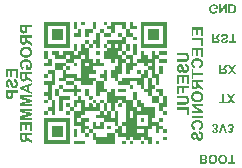
<source format=gbo>
G04*
G04 #@! TF.GenerationSoftware,Altium Limited,Altium Designer,22.1.2 (22)*
G04*
G04 Layer_Color=32896*
%FSLAX44Y44*%
%MOMM*%
G71*
G04*
G04 #@! TF.SameCoordinates,3CBB6683-9870-4264-921C-6CE77DAC6C85*
G04*
G04*
G04 #@! TF.FilePolarity,Positive*
G04*
G01*
G75*
G36*
X208832Y100892D02*
X205578D01*
Y103915D01*
X208832D01*
Y100892D01*
D02*
G37*
G36*
X190000D02*
X186745D01*
Y102520D01*
Y102753D01*
Y103915D01*
X190000D01*
Y100892D01*
D02*
G37*
G36*
X230688Y102520D02*
Y102288D01*
Y100660D01*
X233943D01*
Y97638D01*
X227665D01*
Y103915D01*
X230688D01*
Y102520D01*
D02*
G37*
G36*
X199300Y97638D02*
X196278D01*
Y102520D01*
Y102753D01*
Y103915D01*
X199300D01*
Y97638D01*
D02*
G37*
G36*
X183490D02*
X180467D01*
Y103915D01*
X183490D01*
Y97638D01*
D02*
G37*
G36*
X205578Y94615D02*
X202555D01*
Y97172D01*
Y97405D01*
Y97638D01*
X205578D01*
Y94615D01*
D02*
G37*
G36*
X224410Y97638D02*
X227665D01*
Y94847D01*
Y94615D01*
Y94382D01*
X230688D01*
Y91360D01*
X224410D01*
Y97638D01*
X221388D01*
Y100892D01*
X215110D01*
Y94615D01*
X211855D01*
Y97638D01*
X208832D01*
Y100660D01*
X211855D01*
Y103915D01*
X224410D01*
Y97638D01*
D02*
G37*
G36*
X211855Y91360D02*
X205578D01*
Y94382D01*
X211855D01*
Y91360D01*
D02*
G37*
G36*
X196278Y94615D02*
X193022D01*
Y91360D01*
X190000D01*
Y96940D01*
Y97172D01*
Y97638D01*
X196278D01*
Y94615D01*
D02*
G37*
G36*
X186745Y95778D02*
Y95545D01*
Y91360D01*
X180467D01*
Y94382D01*
X183722D01*
Y97638D01*
X186745D01*
Y95778D01*
D02*
G37*
G36*
X233943Y90430D02*
Y90197D01*
Y88337D01*
X230920D01*
Y91360D01*
X233943D01*
Y90430D01*
D02*
G37*
G36*
X259053Y82060D02*
X237197D01*
Y89035D01*
Y89268D01*
Y103915D01*
X259053D01*
Y82060D01*
D02*
G37*
G36*
X208832D02*
X205578D01*
Y84385D01*
Y84618D01*
Y85083D01*
X208832D01*
Y82060D01*
D02*
G37*
G36*
X202555D02*
X199300D01*
Y85083D01*
X196278D01*
Y85315D01*
Y88105D01*
X199300D01*
Y94382D01*
X202555D01*
Y82060D01*
D02*
G37*
G36*
X193022Y85083D02*
X196278D01*
Y82060D01*
X193022D01*
Y85083D01*
X190000D01*
Y88105D01*
X193022D01*
Y85083D01*
D02*
G37*
G36*
X177213Y82060D02*
X155358D01*
Y103915D01*
X177213D01*
Y82060D01*
D02*
G37*
G36*
X221388Y91360D02*
X224410D01*
Y85083D01*
X227665D01*
Y84850D01*
Y84618D01*
Y78805D01*
X224410D01*
Y85083D01*
X221388D01*
Y78805D01*
X224410D01*
Y75782D01*
X221388D01*
Y78340D01*
Y78573D01*
Y78805D01*
X218132D01*
Y75550D01*
X221388D01*
Y72527D01*
X224410D01*
Y69272D01*
X227665D01*
Y72527D01*
X224410D01*
Y75550D01*
X230688D01*
Y69272D01*
X233943D01*
Y68342D01*
Y68110D01*
Y66250D01*
X230688D01*
Y62995D01*
X227665D01*
Y59973D01*
X224410D01*
Y69272D01*
X221388D01*
Y59973D01*
X218132D01*
Y53695D01*
X215110D01*
Y56718D01*
X212087D01*
Y56950D01*
X211855D01*
Y62995D01*
X215110D01*
Y66250D01*
X218132D01*
Y72527D01*
X215110D01*
Y69505D01*
X214877D01*
Y69272D01*
X212087D01*
Y69505D01*
X211855D01*
Y72527D01*
X205578D01*
Y75550D01*
Y75782D01*
Y78573D01*
X205810D01*
Y78805D01*
X208832D01*
Y81827D01*
X211855D01*
Y85083D01*
X208832D01*
Y88105D01*
X221388D01*
Y91360D01*
X218132D01*
Y94382D01*
X221388D01*
Y91360D01*
D02*
G37*
G36*
X183490Y78805D02*
X180467D01*
Y82060D01*
Y82292D01*
Y85083D01*
X183490D01*
Y78805D01*
D02*
G37*
G36*
X259053Y75782D02*
X252775D01*
Y78805D01*
X259053D01*
Y75782D01*
D02*
G37*
G36*
X233943D02*
X230920D01*
Y85083D01*
X233943D01*
Y75782D01*
D02*
G37*
G36*
X202323Y78573D02*
X202555D01*
Y78340D01*
Y78108D01*
Y75782D01*
X199300D01*
Y78573D01*
X199533D01*
Y78805D01*
X202323D01*
Y78573D01*
D02*
G37*
G36*
X190000Y81827D02*
X193022D01*
Y72527D01*
X196045D01*
Y72295D01*
X196278D01*
Y69272D01*
X199300D01*
Y72295D01*
X199533D01*
Y72527D01*
X202323D01*
Y72295D01*
X202555D01*
Y69272D01*
X205578D01*
Y66250D01*
X196278D01*
Y62995D01*
X199300D01*
Y59973D01*
X193022D01*
Y56718D01*
X199300D01*
Y53695D01*
X196278D01*
Y50672D01*
X196045D01*
Y50440D01*
X186978D01*
Y50672D01*
X186745D01*
Y53695D01*
X180467D01*
Y56718D01*
X174190D01*
Y53695D01*
X180467D01*
Y50440D01*
X183490D01*
Y47417D01*
X186745D01*
Y44163D01*
X183490D01*
Y43465D01*
Y43232D01*
Y41140D01*
X180467D01*
Y44163D01*
X171168D01*
Y47417D01*
X180467D01*
Y50440D01*
X174190D01*
Y52765D01*
Y52997D01*
Y53695D01*
X167913D01*
Y56718D01*
X171168D01*
Y62995D01*
X174190D01*
Y59973D01*
X183490D01*
Y56718D01*
X186745D01*
Y72295D01*
X186978D01*
Y72527D01*
X190000D01*
Y75782D01*
X186745D01*
Y72527D01*
X180467D01*
Y69272D01*
X183490D01*
Y66250D01*
X180467D01*
Y69272D01*
X174190D01*
Y72527D01*
D01*
D01*
X164890D01*
Y75550D01*
X164657D01*
Y75782D01*
X161635D01*
Y78805D01*
X167913D01*
Y75550D01*
X171168D01*
Y78805D01*
X180467D01*
Y75550D01*
X183722D01*
Y78805D01*
X186745D01*
Y85083D01*
X190000D01*
Y81827D01*
D02*
G37*
G36*
X249520Y75550D02*
X252775D01*
Y72527D01*
X259053D01*
Y69272D01*
X252775D01*
Y72527D01*
X249520D01*
Y59973D01*
X252775D01*
Y50440D01*
X249753D01*
Y56718D01*
X246497D01*
Y62995D01*
X243475D01*
Y66250D01*
X246497D01*
Y69272D01*
X243242D01*
Y66250D01*
X240220D01*
Y69272D01*
X233943D01*
Y72527D01*
X237197D01*
Y78805D01*
X240220D01*
Y75550D01*
X243242D01*
Y72527D01*
X246497D01*
Y78805D01*
X249520D01*
Y75550D01*
D02*
G37*
G36*
X158380Y72527D02*
X155358D01*
Y78805D01*
X158380D01*
Y72527D01*
D02*
G37*
G36*
X161635Y66250D02*
X155358D01*
Y68575D01*
Y68808D01*
Y69272D01*
X158612D01*
Y72527D01*
X161635D01*
Y66250D01*
D02*
G37*
G36*
X174190Y66715D02*
Y66483D01*
Y66250D01*
X177213D01*
Y65087D01*
Y64855D01*
Y62995D01*
X174190D01*
Y66250D01*
X170935D01*
Y62995D01*
X164890D01*
Y69272D01*
X174190D01*
Y66715D01*
D02*
G37*
G36*
X255798Y59973D02*
X252775D01*
Y60205D01*
Y66250D01*
X255798D01*
Y59973D01*
D02*
G37*
G36*
X236965D02*
X233943D01*
Y62065D01*
Y62298D01*
Y62995D01*
X236965D01*
Y59973D01*
D02*
G37*
G36*
X158380Y56718D02*
X155358D01*
Y59973D01*
X158380D01*
Y56718D01*
D02*
G37*
G36*
X208832Y53695D02*
X205578D01*
Y56718D01*
X202555D01*
Y59973D01*
X205578D01*
Y62995D01*
X208832D01*
Y53695D01*
D02*
G37*
G36*
X230688Y47417D02*
X227665D01*
Y50440D01*
X230688D01*
Y47417D01*
D02*
G37*
G36*
X170935D02*
X167913D01*
Y49510D01*
Y49742D01*
Y50440D01*
X170935D01*
Y47417D01*
D02*
G37*
G36*
X224410Y44163D02*
X218365D01*
Y44395D01*
X218132D01*
Y46720D01*
Y46953D01*
Y47185D01*
X218365D01*
Y47417D01*
X224410D01*
Y44163D01*
D02*
G37*
G36*
X255798Y41140D02*
X252775D01*
Y41372D01*
Y44163D01*
X249753D01*
Y47417D01*
X255798D01*
Y41140D01*
D02*
G37*
G36*
X205578Y47417D02*
X208600D01*
Y47185D01*
X208832D01*
Y44395D01*
X208600D01*
Y44163D01*
X202555D01*
Y41140D01*
X199300D01*
Y49975D01*
Y50208D01*
Y53463D01*
X199533D01*
Y53695D01*
X205578D01*
Y47417D01*
D02*
G37*
G36*
X193022Y41140D02*
X190000D01*
Y44627D01*
Y44860D01*
Y47417D01*
X193022D01*
Y41140D01*
D02*
G37*
G36*
X233943Y38117D02*
X233710D01*
Y37885D01*
X230920D01*
Y44163D01*
X233943D01*
Y38117D01*
D02*
G37*
G36*
X196045Y40908D02*
X196278D01*
Y38815D01*
Y38582D01*
Y38117D01*
X196045D01*
Y37885D01*
X193255D01*
Y38117D01*
X193022D01*
Y40908D01*
X193255D01*
Y41140D01*
X196045D01*
Y40908D01*
D02*
G37*
G36*
X205578Y34862D02*
X202555D01*
Y37885D01*
X205578D01*
Y34862D01*
D02*
G37*
G36*
X199300D02*
X196278D01*
Y37885D01*
X199300D01*
Y34862D01*
D02*
G37*
G36*
X158380D02*
X155358D01*
Y37885D01*
X158380D01*
Y34862D01*
D02*
G37*
G36*
X221155Y34630D02*
X221388D01*
Y31840D01*
X221155D01*
Y31607D01*
X218365D01*
Y31840D01*
X218132D01*
Y33932D01*
Y34165D01*
Y34630D01*
X218365D01*
Y34862D01*
X221155D01*
Y34630D01*
D02*
G37*
G36*
X177213Y31607D02*
X174190D01*
Y34862D01*
X177213D01*
Y31607D01*
D02*
G37*
G36*
X243242Y56718D02*
X240220D01*
Y49045D01*
Y48812D01*
Y47417D01*
X243475D01*
Y56718D01*
X246497D01*
Y50440D01*
X249520D01*
Y47417D01*
X246497D01*
Y41140D01*
X252775D01*
Y34862D01*
X256030D01*
Y41140D01*
X259053D01*
Y32073D01*
Y31840D01*
Y31607D01*
X255798D01*
Y28585D01*
X252775D01*
Y34862D01*
X246497D01*
Y41140D01*
X243475D01*
Y44163D01*
X240220D01*
Y47417D01*
X237197D01*
Y50440D01*
X233943D01*
Y53695D01*
X227665D01*
Y50672D01*
X227432D01*
Y50440D01*
X218365D01*
Y50672D01*
X218132D01*
Y53463D01*
X218365D01*
Y53695D01*
X221388D01*
Y56718D01*
X237197D01*
Y59973D01*
X240220D01*
Y62995D01*
X243242D01*
Y56718D01*
D02*
G37*
G36*
X208600Y34630D02*
X208832D01*
Y28585D01*
X205578D01*
Y28818D01*
Y29050D01*
Y34630D01*
X205810D01*
Y34862D01*
X208600D01*
Y34630D01*
D02*
G37*
G36*
X180467Y28585D02*
X177445D01*
Y31607D01*
X180467D01*
Y28585D01*
D02*
G37*
G36*
X167913Y41140D02*
X177213D01*
Y40210D01*
Y39978D01*
Y37885D01*
X170935D01*
Y28585D01*
X167913D01*
Y41140D01*
X164890D01*
Y46023D01*
Y46255D01*
Y47417D01*
X167913D01*
Y41140D01*
D02*
G37*
G36*
X259053Y25330D02*
X256030D01*
Y28352D01*
X259053D01*
Y25330D01*
D02*
G37*
G36*
X177213Y28120D02*
Y25330D01*
X174190D01*
Y28352D01*
X177213D01*
Y28120D01*
D02*
G37*
G36*
X164657Y50440D02*
X161635D01*
Y37885D01*
X164657D01*
Y35793D01*
Y35560D01*
Y25330D01*
X161635D01*
Y28585D01*
X158612D01*
Y31607D01*
X161635D01*
Y37885D01*
X158612D01*
Y41140D01*
X155358D01*
Y44163D01*
X158612D01*
Y50440D01*
X155358D01*
Y53695D01*
X161635D01*
Y59973D01*
X158612D01*
Y62995D01*
X164657D01*
Y50440D01*
D02*
G37*
G36*
X158380Y25330D02*
X155358D01*
Y26028D01*
Y26260D01*
Y28352D01*
X158380D01*
Y25330D01*
D02*
G37*
G36*
X218132Y16030D02*
X215110D01*
Y19052D01*
X205578D01*
Y22308D01*
X199300D01*
Y25330D01*
X202555D01*
Y28352D01*
X205578D01*
Y25330D01*
X208832D01*
Y28352D01*
X211855D01*
Y22075D01*
X215110D01*
Y23935D01*
Y24167D01*
Y28352D01*
X218132D01*
Y16030D01*
D02*
G37*
G36*
X255798Y19052D02*
X252775D01*
Y22075D01*
X255798D01*
Y19052D01*
D02*
G37*
G36*
X205578Y16960D02*
Y16727D01*
Y12775D01*
X196278D01*
Y19052D01*
X199300D01*
Y15797D01*
X202555D01*
Y19052D01*
X205578D01*
Y16960D01*
D02*
G37*
G36*
X211855Y12775D02*
X208832D01*
Y15332D01*
Y15565D01*
Y15797D01*
X211855D01*
Y12775D01*
D02*
G37*
G36*
X259053Y9753D02*
X256030D01*
Y12775D01*
X259053D01*
Y9753D01*
D02*
G37*
G36*
X214877Y47185D02*
X215110D01*
Y41140D01*
X224410D01*
Y37885D01*
X230688D01*
Y31607D01*
X233943D01*
Y28352D01*
X236965D01*
Y28585D01*
X237197D01*
Y31607D01*
X233943D01*
Y37885D01*
X236965D01*
Y34862D01*
X240220D01*
Y31607D01*
X249520D01*
Y22308D01*
X246497D01*
Y19052D01*
X252775D01*
Y15797D01*
X255798D01*
Y12775D01*
X252775D01*
Y9753D01*
X249753D01*
Y15797D01*
X249520D01*
Y16030D01*
X246497D01*
Y12775D01*
X243242D01*
Y6497D01*
X246497D01*
Y220D01*
X243475D01*
Y3243D01*
X243242D01*
Y3475D01*
X240220D01*
Y6497D01*
X236965D01*
Y3475D01*
X230920D01*
Y6497D01*
X227665D01*
Y3475D01*
X224410D01*
Y6497D01*
X218132D01*
Y9753D01*
X215110D01*
Y12775D01*
X218132D01*
Y15797D01*
X221388D01*
Y9520D01*
X224410D01*
Y16030D01*
X221388D01*
Y19052D01*
X224410D01*
Y34862D01*
X221388D01*
Y37885D01*
X218132D01*
Y34862D01*
X215110D01*
Y28585D01*
X211855D01*
Y34862D01*
X208832D01*
Y36490D01*
Y36723D01*
Y44163D01*
X211855D01*
Y47185D01*
X212087D01*
Y47417D01*
X214877D01*
Y47185D01*
D02*
G37*
G36*
X186745Y37885D02*
X190000D01*
Y31607D01*
X193022D01*
Y34630D01*
X193255D01*
Y34862D01*
X196045D01*
Y34630D01*
X196278D01*
Y31607D01*
X199300D01*
Y34630D01*
X199533D01*
Y34862D01*
X202323D01*
Y34630D01*
X202555D01*
Y28585D01*
X190000D01*
Y25563D01*
X189767D01*
Y25330D01*
X186745D01*
Y22308D01*
X183722D01*
Y22075D01*
X183490D01*
Y19052D01*
X186745D01*
Y22075D01*
X193022D01*
Y19052D01*
X190000D01*
Y15797D01*
X193022D01*
Y12775D01*
X196278D01*
Y9753D01*
X193022D01*
Y11612D01*
Y11845D01*
Y12775D01*
X190000D01*
Y9753D01*
X186745D01*
Y16030D01*
X180467D01*
Y16263D01*
Y16495D01*
Y28352D01*
X186745D01*
Y34862D01*
X183490D01*
Y31607D01*
X180700D01*
Y31840D01*
X180467D01*
Y37885D01*
X183722D01*
Y41140D01*
X186745D01*
Y37885D01*
D02*
G37*
G36*
X215110Y220D02*
X199300D01*
Y3475D01*
X196278D01*
Y6497D01*
Y6730D01*
Y9520D01*
X199300D01*
Y6497D01*
X208832D01*
Y9520D01*
X215110D01*
Y220D01*
D02*
G37*
G36*
X193022Y8590D02*
Y8357D01*
Y6497D01*
X190000D01*
Y9520D01*
X193022D01*
Y8590D01*
D02*
G37*
G36*
X183490Y9985D02*
Y9753D01*
Y6497D01*
X180467D01*
Y12775D01*
X183490D01*
Y9985D01*
D02*
G37*
G36*
X259053Y3475D02*
X256030D01*
Y6497D01*
X259053D01*
Y3475D01*
D02*
G37*
G36*
X252775Y452D02*
Y220D01*
X249753D01*
Y3243D01*
X252775D01*
Y452D01*
D02*
G37*
G36*
X240220Y220D02*
X237197D01*
Y3243D01*
X240220D01*
Y220D01*
D02*
G37*
G36*
X230688D02*
X227665D01*
Y3243D01*
X230688D01*
Y220D01*
D02*
G37*
G36*
X224410D02*
X221388D01*
Y3243D01*
X224410D01*
Y220D01*
D02*
G37*
G36*
X190000D02*
X180467D01*
Y3243D01*
X190000D01*
Y220D01*
D02*
G37*
G36*
X177213Y17192D02*
Y16960D01*
Y220D01*
X155358D01*
Y22075D01*
X177213D01*
Y17192D01*
D02*
G37*
G36*
X289817Y91842D02*
X288167D01*
Y97284D01*
X285517D01*
Y92392D01*
X283868D01*
Y97284D01*
X281711D01*
Y92025D01*
X280062D01*
Y99257D01*
X289817D01*
Y91842D01*
D02*
G37*
G36*
Y83243D02*
X288167D01*
Y88149D01*
X280132D01*
Y90122D01*
X289817D01*
Y83243D01*
D02*
G37*
G36*
Y74418D02*
X288167D01*
Y79860D01*
X285517D01*
Y74968D01*
X283868D01*
Y79860D01*
X281711D01*
Y74602D01*
X280062D01*
Y81833D01*
X289817D01*
Y74418D01*
D02*
G37*
G36*
X273783Y77809D02*
X274051D01*
X274290Y77795D01*
X274516Y77780D01*
X274713Y77766D01*
X274897Y77752D01*
X275066Y77724D01*
X275207Y77710D01*
X275333Y77696D01*
X275446Y77682D01*
X275531Y77668D01*
X275601Y77654D01*
X275644D01*
X275672Y77640D01*
X275686D01*
X275897Y77569D01*
X276095Y77499D01*
X276278Y77400D01*
X276433Y77315D01*
X276574Y77231D01*
X276687Y77160D01*
X276743Y77104D01*
X276771Y77090D01*
X276955Y76921D01*
X277124Y76737D01*
X277265Y76540D01*
X277392Y76357D01*
X277490Y76202D01*
X277561Y76061D01*
X277603Y75976D01*
X277617Y75962D01*
Y75948D01*
X277674Y75807D01*
X277716Y75652D01*
X277800Y75300D01*
X277857Y74947D01*
X277885Y74609D01*
X277899Y74454D01*
X277913Y74299D01*
Y74172D01*
X277927Y74045D01*
Y73819D01*
X277913Y73411D01*
X277885Y73044D01*
X277829Y72720D01*
X277772Y72452D01*
X277758Y72339D01*
X277730Y72226D01*
X277702Y72142D01*
X277674Y72071D01*
X277659Y72015D01*
X277645Y71973D01*
X277631Y71958D01*
Y71944D01*
X277519Y71691D01*
X277377Y71465D01*
X277251Y71268D01*
X277124Y71099D01*
X277011Y70972D01*
X276926Y70873D01*
X276870Y70817D01*
X276842Y70802D01*
X276644Y70648D01*
X276433Y70521D01*
X276236Y70422D01*
X276038Y70337D01*
X275869Y70281D01*
X275728Y70239D01*
X275686Y70224D01*
X275644D01*
X275630Y70210D01*
X275615D01*
X275460Y70182D01*
X275291Y70154D01*
X275108Y70126D01*
X274925Y70112D01*
X274502Y70084D01*
X274093Y70055D01*
X273910D01*
X273726D01*
X273557Y70041D01*
X273416D01*
X273304D01*
X273205D01*
X273148D01*
X273134D01*
X267989D01*
Y72015D01*
X273402D01*
X273614D01*
X273811D01*
X273994Y72029D01*
X274163D01*
X274304Y72043D01*
X274445D01*
X274572Y72057D01*
X274685D01*
X274854Y72085D01*
X274981Y72099D01*
X275051Y72113D01*
X275080D01*
X275263Y72156D01*
X275418Y72226D01*
X275559Y72311D01*
X275686Y72396D01*
X275785Y72480D01*
X275855Y72551D01*
X275897Y72607D01*
X275911Y72621D01*
X276024Y72790D01*
X276109Y73002D01*
X276165Y73199D01*
X276208Y73411D01*
X276236Y73594D01*
X276250Y73735D01*
Y73876D01*
X276236Y74172D01*
X276193Y74426D01*
X276137Y74651D01*
X276066Y74848D01*
X276010Y74989D01*
X275954Y75102D01*
X275911Y75159D01*
X275897Y75187D01*
X275756Y75342D01*
X275587Y75469D01*
X275432Y75581D01*
X275277Y75652D01*
X275136Y75708D01*
X275023Y75751D01*
X274953Y75779D01*
X274925D01*
X274840Y75793D01*
X274755Y75807D01*
X274643D01*
X274516Y75821D01*
X274248Y75835D01*
X273966D01*
X273712Y75849D01*
X273599D01*
X273487D01*
X273402D01*
X273346D01*
X273304D01*
X273289D01*
X267989D01*
Y77823D01*
X273205D01*
X273501D01*
X273783Y77809D01*
D02*
G37*
G36*
X285447Y73079D02*
X285841Y73037D01*
X286222Y72980D01*
X286560Y72896D01*
X286884Y72811D01*
X287195Y72699D01*
X287463Y72586D01*
X287702Y72473D01*
X287928Y72360D01*
X288125Y72248D01*
X288280Y72135D01*
X288421Y72050D01*
X288520Y71965D01*
X288604Y71909D01*
X288647Y71867D01*
X288661Y71853D01*
X288900Y71613D01*
X289098Y71359D01*
X289281Y71091D01*
X289422Y70824D01*
X289549Y70556D01*
X289662Y70288D01*
X289746Y70034D01*
X289817Y69795D01*
X289873Y69555D01*
X289915Y69344D01*
X289944Y69146D01*
X289958Y68991D01*
X289972Y68850D01*
X289986Y68751D01*
Y68667D01*
X289972Y68371D01*
X289958Y68103D01*
X289915Y67835D01*
X289859Y67595D01*
X289803Y67370D01*
X289746Y67158D01*
X289676Y66961D01*
X289591Y66778D01*
X289521Y66623D01*
X289450Y66482D01*
X289394Y66355D01*
X289337Y66256D01*
X289281Y66172D01*
X289239Y66115D01*
X289225Y66087D01*
X289210Y66073D01*
X289056Y65890D01*
X288886Y65721D01*
X288506Y65410D01*
X288111Y65157D01*
X287730Y64959D01*
X287547Y64875D01*
X287378Y64804D01*
X287223Y64748D01*
X287096Y64692D01*
X286983Y64649D01*
X286899Y64621D01*
X286842Y64607D01*
X286828D01*
X286236Y66524D01*
X286617Y66637D01*
X286941Y66764D01*
X287209Y66891D01*
X287434Y67032D01*
X287603Y67144D01*
X287716Y67243D01*
X287787Y67313D01*
X287815Y67342D01*
X287984Y67567D01*
X288097Y67793D01*
X288181Y68018D01*
X288252Y68216D01*
X288280Y68399D01*
X288294Y68554D01*
X288308Y68610D01*
Y68681D01*
X288294Y68878D01*
X288280Y69061D01*
X288181Y69400D01*
X288069Y69696D01*
X287914Y69935D01*
X287773Y70133D01*
X287660Y70274D01*
X287603Y70330D01*
X287561Y70373D01*
X287547Y70387D01*
X287533Y70401D01*
X287378Y70514D01*
X287195Y70612D01*
X286997Y70711D01*
X286786Y70781D01*
X286349Y70894D01*
X285912Y70979D01*
X285700Y71007D01*
X285517Y71021D01*
X285334Y71049D01*
X285179D01*
X285066Y71063D01*
X284967D01*
X284897D01*
X284883D01*
X284559Y71049D01*
X284263Y71035D01*
X283995Y71007D01*
X283741Y70965D01*
X283515Y70908D01*
X283304Y70852D01*
X283121Y70795D01*
X282952Y70725D01*
X282810Y70669D01*
X282684Y70612D01*
X282585Y70556D01*
X282500Y70499D01*
X282430Y70457D01*
X282388Y70429D01*
X282359Y70401D01*
X282345D01*
X282204Y70274D01*
X282078Y70133D01*
X281979Y69992D01*
X281894Y69837D01*
X281753Y69541D01*
X281655Y69259D01*
X281598Y69019D01*
X281584Y68906D01*
X281570Y68822D01*
X281556Y68737D01*
Y68639D01*
X281570Y68357D01*
X281626Y68103D01*
X281697Y67877D01*
X281781Y67680D01*
X281866Y67525D01*
X281936Y67412D01*
X281993Y67342D01*
X282007Y67313D01*
X282176Y67130D01*
X282374Y66961D01*
X282571Y66834D01*
X282768Y66736D01*
X282937Y66665D01*
X283064Y66623D01*
X283121Y66595D01*
X283163D01*
X283177Y66581D01*
X283191D01*
X282726Y64635D01*
X282317Y64776D01*
X281965Y64931D01*
X281655Y65100D01*
X281401Y65255D01*
X281203Y65410D01*
X281119Y65467D01*
X281048Y65523D01*
X281006Y65566D01*
X280964Y65608D01*
X280936Y65622D01*
Y65636D01*
X280752Y65847D01*
X280583Y66087D01*
X280442Y66313D01*
X280329Y66552D01*
X280217Y66806D01*
X280132Y67046D01*
X280062Y67285D01*
X280005Y67511D01*
X279963Y67722D01*
X279935Y67920D01*
X279907Y68089D01*
X279892Y68244D01*
X279878Y68371D01*
Y68540D01*
X279892Y68906D01*
X279935Y69273D01*
X280005Y69597D01*
X280090Y69921D01*
X280189Y70203D01*
X280301Y70485D01*
X280428Y70725D01*
X280555Y70950D01*
X280682Y71162D01*
X280809Y71331D01*
X280921Y71486D01*
X281020Y71613D01*
X281105Y71712D01*
X281175Y71782D01*
X281217Y71824D01*
X281232Y71839D01*
X281500Y72064D01*
X281781Y72248D01*
X282078Y72417D01*
X282388Y72558D01*
X282712Y72684D01*
X283022Y72783D01*
X283332Y72868D01*
X283628Y72938D01*
X283924Y72995D01*
X284178Y73023D01*
X284418Y73051D01*
X284615Y73079D01*
X284784D01*
X284911Y73093D01*
X284995D01*
X285010D01*
X285024D01*
X285447Y73079D01*
D02*
G37*
G36*
X274868Y68434D02*
X275150Y68378D01*
X275418Y68293D01*
X275658Y68223D01*
X275883Y68124D01*
X276095Y68025D01*
X276278Y67927D01*
X276447Y67828D01*
X276588Y67729D01*
X276715Y67631D01*
X276828Y67546D01*
X276926Y67462D01*
X276997Y67405D01*
X277039Y67349D01*
X277067Y67321D01*
X277082Y67306D01*
X277237Y67109D01*
X277363Y66898D01*
X277476Y66672D01*
X277575Y66432D01*
X277645Y66207D01*
X277716Y65967D01*
X277815Y65502D01*
X277857Y65291D01*
X277885Y65093D01*
X277899Y64924D01*
X277913Y64769D01*
X277927Y64642D01*
Y64459D01*
X277913Y64008D01*
X277871Y63599D01*
X277815Y63232D01*
X277786Y63077D01*
X277744Y62922D01*
X277716Y62795D01*
X277688Y62683D01*
X277659Y62584D01*
X277631Y62499D01*
X277603Y62429D01*
X277589Y62387D01*
X277575Y62358D01*
Y62344D01*
X277420Y62034D01*
X277251Y61780D01*
X277082Y61541D01*
X276898Y61357D01*
X276743Y61217D01*
X276602Y61104D01*
X276518Y61047D01*
X276504Y61019D01*
X276489D01*
X276208Y60864D01*
X275940Y60737D01*
X275672Y60653D01*
X275418Y60596D01*
X275221Y60568D01*
X275122Y60554D01*
X275051Y60540D01*
X274995D01*
X274953D01*
X274925D01*
X274911D01*
X274572Y60554D01*
X274276Y60596D01*
X274008Y60667D01*
X273783Y60737D01*
X273599Y60808D01*
X273473Y60878D01*
X273388Y60921D01*
X273360Y60935D01*
X273134Y61090D01*
X272937Y61273D01*
X272768Y61456D01*
X272627Y61625D01*
X272514Y61780D01*
X272430Y61907D01*
X272373Y61992D01*
X272359Y62006D01*
Y62020D01*
X272288Y62161D01*
X272218Y62302D01*
X272091Y62640D01*
X271978Y62993D01*
X271866Y63331D01*
X271823Y63486D01*
X271781Y63641D01*
X271739Y63782D01*
X271710Y63895D01*
X271682Y63994D01*
X271668Y64064D01*
X271654Y64120D01*
Y64135D01*
X271584Y64388D01*
X271527Y64614D01*
X271471Y64825D01*
X271415Y65023D01*
X271358Y65178D01*
X271302Y65333D01*
X271245Y65460D01*
X271203Y65573D01*
X271161Y65671D01*
X271119Y65742D01*
X271090Y65812D01*
X271062Y65855D01*
X271020Y65925D01*
X271006Y65939D01*
X270907Y66038D01*
X270808Y66108D01*
X270710Y66150D01*
X270611Y66179D01*
X270541Y66207D01*
X270470Y66221D01*
X270428D01*
X270414D01*
X270273Y66207D01*
X270160Y66179D01*
X270047Y66122D01*
X269963Y66066D01*
X269892Y66009D01*
X269850Y65953D01*
X269821Y65925D01*
X269807Y65911D01*
X269681Y65714D01*
X269596Y65502D01*
X269526Y65276D01*
X269483Y65065D01*
X269455Y64882D01*
X269441Y64727D01*
Y64586D01*
X269455Y64290D01*
X269497Y64036D01*
X269554Y63825D01*
X269610Y63655D01*
X269667Y63514D01*
X269723Y63416D01*
X269765Y63359D01*
X269779Y63345D01*
X269920Y63204D01*
X270089Y63077D01*
X270259Y62979D01*
X270442Y62908D01*
X270597Y62852D01*
X270724Y62824D01*
X270822Y62795D01*
X270837D01*
X270851D01*
X270780Y60822D01*
X270526Y60836D01*
X270301Y60878D01*
X270075Y60935D01*
X269878Y61005D01*
X269681Y61076D01*
X269497Y61160D01*
X269342Y61245D01*
X269187Y61329D01*
X269060Y61428D01*
X268948Y61513D01*
X268849Y61597D01*
X268764Y61668D01*
X268708Y61724D01*
X268666Y61766D01*
X268637Y61795D01*
X268623Y61809D01*
X268482Y61992D01*
X268355Y62189D01*
X268243Y62401D01*
X268144Y62626D01*
X268074Y62852D01*
X268003Y63077D01*
X267904Y63528D01*
X267876Y63740D01*
X267848Y63923D01*
X267834Y64106D01*
X267820Y64261D01*
X267806Y64388D01*
Y64558D01*
X267820Y64966D01*
X267862Y65333D01*
X267918Y65657D01*
X267975Y65939D01*
X268017Y66066D01*
X268045Y66179D01*
X268074Y66263D01*
X268102Y66348D01*
X268130Y66404D01*
X268144Y66447D01*
X268158Y66475D01*
Y66489D01*
X268299Y66771D01*
X268454Y67010D01*
X268623Y67222D01*
X268778Y67391D01*
X268919Y67532D01*
X269032Y67617D01*
X269117Y67687D01*
X269131Y67701D01*
X269145D01*
X269384Y67842D01*
X269638Y67941D01*
X269878Y68011D01*
X270089Y68054D01*
X270273Y68082D01*
X270414Y68110D01*
X270470D01*
X270512D01*
X270526D01*
X270541D01*
X270752Y68096D01*
X270963Y68068D01*
X271147Y68025D01*
X271330Y67969D01*
X271668Y67828D01*
X271964Y67659D01*
X272091Y67588D01*
X272190Y67504D01*
X272288Y67433D01*
X272373Y67363D01*
X272430Y67306D01*
X272472Y67264D01*
X272500Y67236D01*
X272514Y67222D01*
X272613Y67095D01*
X272711Y66940D01*
X272810Y66785D01*
X272895Y66602D01*
X273064Y66249D01*
X273205Y65883D01*
X273261Y65699D01*
X273318Y65544D01*
X273360Y65389D01*
X273402Y65262D01*
X273430Y65164D01*
X273459Y65079D01*
X273473Y65023D01*
Y65009D01*
X273529Y64783D01*
X273585Y64586D01*
X273628Y64402D01*
X273670Y64233D01*
X273712Y64092D01*
X273741Y63966D01*
X273783Y63853D01*
X273811Y63754D01*
X273825Y63669D01*
X273853Y63599D01*
X273881Y63500D01*
X273910Y63444D01*
Y63430D01*
X273980Y63246D01*
X274051Y63106D01*
X274121Y62979D01*
X274192Y62880D01*
X274248Y62810D01*
X274290Y62767D01*
X274319Y62739D01*
X274333Y62725D01*
X274431Y62655D01*
X274530Y62598D01*
X274629Y62570D01*
X274713Y62542D01*
X274798Y62528D01*
X274868Y62513D01*
X274911D01*
X274925D01*
X275122Y62528D01*
X275291Y62584D01*
X275460Y62669D01*
X275601Y62753D01*
X275714Y62852D01*
X275799Y62922D01*
X275855Y62979D01*
X275869Y63007D01*
X275996Y63204D01*
X276095Y63430D01*
X276165Y63669D01*
X276208Y63895D01*
X276236Y64106D01*
X276264Y64276D01*
Y64431D01*
X276250Y64755D01*
X276193Y65037D01*
X276123Y65276D01*
X276038Y65488D01*
X275954Y65657D01*
X275883Y65770D01*
X275827Y65840D01*
X275813Y65869D01*
X275615Y66052D01*
X275404Y66193D01*
X275164Y66320D01*
X274925Y66404D01*
X274713Y66475D01*
X274544Y66531D01*
X274488Y66545D01*
X274431D01*
X274403Y66559D01*
X274389D01*
X274572Y68477D01*
X274868Y68434D01*
D02*
G37*
G36*
X281711Y60702D02*
X289817D01*
Y58728D01*
X281711D01*
Y55853D01*
X280062D01*
Y63592D01*
X281711D01*
Y60702D01*
D02*
G37*
G36*
X277744Y51447D02*
X276095D01*
Y56889D01*
X273444D01*
Y51997D01*
X271795D01*
Y56889D01*
X269638D01*
Y51631D01*
X267989D01*
Y58862D01*
X277744D01*
Y51447D01*
D02*
G37*
G36*
X289817Y52596D02*
X285743D01*
Y51962D01*
X285757Y51764D01*
X285771Y51595D01*
X285799Y51454D01*
X285813Y51342D01*
X285841Y51271D01*
X285856Y51229D01*
Y51215D01*
X285912Y51102D01*
X285968Y50989D01*
X286039Y50890D01*
X286095Y50792D01*
X286166Y50721D01*
X286222Y50665D01*
X286250Y50637D01*
X286264Y50623D01*
X286335Y50566D01*
X286405Y50496D01*
X286617Y50341D01*
X286842Y50172D01*
X287096Y49988D01*
X287321Y49833D01*
X287434Y49763D01*
X287519Y49706D01*
X287589Y49650D01*
X287646Y49608D01*
X287688Y49594D01*
X287702Y49580D01*
X289817Y48170D01*
Y45802D01*
X287914Y47000D01*
X287716Y47127D01*
X287519Y47253D01*
X287350Y47366D01*
X287195Y47479D01*
X287054Y47578D01*
X286913Y47662D01*
X286701Y47832D01*
X286532Y47958D01*
X286419Y48043D01*
X286349Y48113D01*
X286335Y48127D01*
X286166Y48283D01*
X286010Y48466D01*
X285884Y48635D01*
X285757Y48804D01*
X285658Y48945D01*
X285588Y49058D01*
X285531Y49142D01*
X285517Y49157D01*
Y49171D01*
X285475Y48931D01*
X285418Y48720D01*
X285362Y48522D01*
X285292Y48325D01*
X285221Y48156D01*
X285151Y48001D01*
X285080Y47846D01*
X284995Y47719D01*
X284925Y47606D01*
X284855Y47507D01*
X284784Y47423D01*
X284728Y47366D01*
X284685Y47310D01*
X284643Y47268D01*
X284629Y47253D01*
X284615Y47239D01*
X284474Y47127D01*
X284333Y47028D01*
X284023Y46859D01*
X283727Y46746D01*
X283431Y46676D01*
X283177Y46619D01*
X283078Y46605D01*
X282980D01*
X282909Y46591D01*
X282839D01*
X282810D01*
X282796D01*
X282486Y46605D01*
X282190Y46661D01*
X281936Y46732D01*
X281711Y46802D01*
X281528Y46887D01*
X281387Y46957D01*
X281344Y46986D01*
X281302Y47014D01*
X281288Y47028D01*
X281274D01*
X281034Y47197D01*
X280837Y47380D01*
X280682Y47564D01*
X280541Y47747D01*
X280456Y47916D01*
X280386Y48043D01*
X280343Y48127D01*
X280329Y48142D01*
Y48156D01*
X280287Y48297D01*
X280245Y48452D01*
X280174Y48804D01*
X280132Y49185D01*
X280090Y49551D01*
Y49735D01*
X280076Y49890D01*
Y50045D01*
X280062Y50172D01*
Y54570D01*
X289817D01*
Y52596D01*
D02*
G37*
G36*
X277744Y47796D02*
X273599D01*
Y43722D01*
X271950D01*
Y47796D01*
X269638D01*
Y43074D01*
X267989D01*
Y49770D01*
X277744D01*
Y47796D01*
D02*
G37*
G36*
X285433Y45125D02*
X285841Y45083D01*
X286222Y45026D01*
X286574Y44942D01*
X286899Y44843D01*
X287195Y44730D01*
X287477Y44617D01*
X287716Y44490D01*
X287942Y44378D01*
X288125Y44265D01*
X288294Y44152D01*
X288435Y44054D01*
X288534Y43969D01*
X288619Y43913D01*
X288661Y43870D01*
X288675Y43856D01*
X288915Y43602D01*
X289112Y43334D01*
X289295Y43067D01*
X289436Y42771D01*
X289563Y42489D01*
X289676Y42193D01*
X289760Y41925D01*
X289831Y41643D01*
X289887Y41389D01*
X289930Y41150D01*
X289958Y40938D01*
X289972Y40755D01*
X289986Y40614D01*
X290000Y40501D01*
Y40402D01*
X289986Y40008D01*
X289944Y39641D01*
X289873Y39289D01*
X289788Y38964D01*
X289690Y38654D01*
X289577Y38372D01*
X289464Y38119D01*
X289337Y37879D01*
X289210Y37682D01*
X289098Y37498D01*
X288985Y37343D01*
X288886Y37216D01*
X288802Y37104D01*
X288731Y37033D01*
X288689Y36991D01*
X288675Y36977D01*
X288407Y36751D01*
X288125Y36554D01*
X287829Y36371D01*
X287533Y36230D01*
X287223Y36103D01*
X286913Y35990D01*
X286603Y35905D01*
X286307Y35835D01*
X286039Y35793D01*
X285771Y35750D01*
X285545Y35722D01*
X285348Y35694D01*
X285179D01*
X285052Y35680D01*
X284981D01*
X284953D01*
X284516Y35694D01*
X284107Y35736D01*
X283727Y35793D01*
X283360Y35877D01*
X283036Y35976D01*
X282726Y36089D01*
X282444Y36201D01*
X282204Y36328D01*
X281979Y36455D01*
X281781Y36568D01*
X281612Y36681D01*
X281471Y36779D01*
X281373Y36850D01*
X281288Y36920D01*
X281246Y36963D01*
X281232Y36977D01*
X280992Y37231D01*
X280781Y37498D01*
X280597Y37780D01*
X280442Y38062D01*
X280315Y38358D01*
X280203Y38640D01*
X280118Y38922D01*
X280047Y39190D01*
X279991Y39444D01*
X279949Y39683D01*
X279921Y39895D01*
X279892Y40078D01*
Y40219D01*
X279878Y40332D01*
Y40430D01*
X279892Y40853D01*
X279935Y41262D01*
X280005Y41615D01*
X280076Y41925D01*
X280118Y42052D01*
X280146Y42179D01*
X280174Y42277D01*
X280217Y42362D01*
X280231Y42432D01*
X280259Y42489D01*
X280273Y42517D01*
Y42531D01*
X280386Y42785D01*
X280527Y43024D01*
X280682Y43236D01*
X280823Y43419D01*
X280950Y43574D01*
X281063Y43701D01*
X281133Y43772D01*
X281147Y43786D01*
X281161Y43800D01*
X281387Y43997D01*
X281626Y44180D01*
X281838Y44335D01*
X282049Y44462D01*
X282232Y44561D01*
X282374Y44646D01*
X282430Y44660D01*
X282472Y44688D01*
X282486Y44702D01*
X282500D01*
X282895Y44843D01*
X283318Y44956D01*
X283741Y45026D01*
X284136Y45083D01*
X284319Y45097D01*
X284488Y45111D01*
X284629Y45125D01*
X284756D01*
X284869Y45139D01*
X284939D01*
X284995D01*
X285010D01*
X285433Y45125D01*
D02*
G37*
G36*
X273783Y41453D02*
X274051D01*
X274290Y41438D01*
X274516Y41424D01*
X274713Y41410D01*
X274897Y41396D01*
X275066Y41368D01*
X275207Y41354D01*
X275333Y41340D01*
X275446Y41326D01*
X275531Y41312D01*
X275601Y41297D01*
X275644D01*
X275672Y41283D01*
X275686D01*
X275897Y41213D01*
X276095Y41142D01*
X276278Y41044D01*
X276433Y40959D01*
X276574Y40875D01*
X276687Y40804D01*
X276743Y40748D01*
X276771Y40734D01*
X276955Y40564D01*
X277124Y40381D01*
X277265Y40184D01*
X277392Y40001D01*
X277490Y39845D01*
X277561Y39704D01*
X277603Y39620D01*
X277617Y39606D01*
Y39592D01*
X277674Y39451D01*
X277716Y39296D01*
X277800Y38943D01*
X277857Y38591D01*
X277885Y38253D01*
X277899Y38098D01*
X277913Y37942D01*
Y37815D01*
X277927Y37689D01*
Y37463D01*
X277913Y37054D01*
X277885Y36688D01*
X277829Y36364D01*
X277772Y36096D01*
X277758Y35983D01*
X277730Y35870D01*
X277702Y35786D01*
X277674Y35715D01*
X277659Y35659D01*
X277645Y35616D01*
X277631Y35602D01*
Y35588D01*
X277519Y35334D01*
X277377Y35109D01*
X277251Y34912D01*
X277124Y34742D01*
X277011Y34615D01*
X276926Y34517D01*
X276870Y34460D01*
X276842Y34446D01*
X276644Y34291D01*
X276433Y34164D01*
X276236Y34066D01*
X276038Y33981D01*
X275869Y33925D01*
X275728Y33883D01*
X275686Y33868D01*
X275644D01*
X275630Y33854D01*
X275615D01*
X275460Y33826D01*
X275291Y33798D01*
X275108Y33770D01*
X274925Y33756D01*
X274502Y33727D01*
X274093Y33699D01*
X273910D01*
X273726D01*
X273557Y33685D01*
X273416D01*
X273304D01*
X273205D01*
X273148D01*
X273134D01*
X267989D01*
Y35659D01*
X273402D01*
X273614D01*
X273811D01*
X273994Y35673D01*
X274163D01*
X274304Y35687D01*
X274445D01*
X274572Y35701D01*
X274685D01*
X274854Y35729D01*
X274981Y35743D01*
X275051Y35757D01*
X275080D01*
X275263Y35800D01*
X275418Y35870D01*
X275559Y35955D01*
X275686Y36039D01*
X275785Y36124D01*
X275855Y36194D01*
X275897Y36251D01*
X275911Y36265D01*
X276024Y36434D01*
X276109Y36646D01*
X276165Y36843D01*
X276208Y37054D01*
X276236Y37238D01*
X276250Y37378D01*
Y37520D01*
X276236Y37815D01*
X276193Y38069D01*
X276137Y38295D01*
X276066Y38492D01*
X276010Y38633D01*
X275954Y38746D01*
X275911Y38802D01*
X275897Y38830D01*
X275756Y38986D01*
X275587Y39113D01*
X275432Y39225D01*
X275277Y39296D01*
X275136Y39352D01*
X275023Y39394D01*
X274953Y39423D01*
X274925D01*
X274840Y39437D01*
X274755Y39451D01*
X274643D01*
X274516Y39465D01*
X274248Y39479D01*
X273966D01*
X273712Y39493D01*
X273599D01*
X273487D01*
X273402D01*
X273346D01*
X273304D01*
X273289D01*
X267989D01*
Y41467D01*
X273205D01*
X273501D01*
X273783Y41453D01*
D02*
G37*
G36*
X289817Y32311D02*
X283389D01*
X289817Y28349D01*
Y26376D01*
X280062D01*
Y28194D01*
X286631D01*
X280062Y32226D01*
Y34129D01*
X289817D01*
Y32311D01*
D02*
G37*
G36*
X277744Y24677D02*
X276095D01*
Y29583D01*
X268059D01*
Y31556D01*
X277744D01*
Y24677D01*
D02*
G37*
G36*
X289817Y22386D02*
X280062D01*
Y24360D01*
X289817D01*
Y22386D01*
D02*
G37*
G36*
X285447Y20836D02*
X285841Y20793D01*
X286222Y20737D01*
X286560Y20652D01*
X286884Y20568D01*
X287195Y20455D01*
X287463Y20342D01*
X287702Y20229D01*
X287928Y20117D01*
X288125Y20004D01*
X288280Y19891D01*
X288421Y19807D01*
X288520Y19722D01*
X288604Y19666D01*
X288647Y19623D01*
X288661Y19609D01*
X288900Y19370D01*
X289098Y19116D01*
X289281Y18848D01*
X289422Y18580D01*
X289549Y18312D01*
X289662Y18045D01*
X289746Y17791D01*
X289817Y17551D01*
X289873Y17311D01*
X289915Y17100D01*
X289944Y16903D01*
X289958Y16748D01*
X289972Y16607D01*
X289986Y16508D01*
Y16423D01*
X289972Y16127D01*
X289958Y15860D01*
X289915Y15592D01*
X289859Y15352D01*
X289803Y15126D01*
X289746Y14915D01*
X289676Y14718D01*
X289591Y14534D01*
X289521Y14379D01*
X289450Y14238D01*
X289394Y14111D01*
X289337Y14013D01*
X289281Y13928D01*
X289239Y13872D01*
X289225Y13844D01*
X289210Y13829D01*
X289056Y13646D01*
X288886Y13477D01*
X288506Y13167D01*
X288111Y12913D01*
X287730Y12716D01*
X287547Y12631D01*
X287378Y12561D01*
X287223Y12504D01*
X287096Y12448D01*
X286983Y12406D01*
X286899Y12378D01*
X286842Y12363D01*
X286828D01*
X286236Y14281D01*
X286617Y14393D01*
X286941Y14520D01*
X287209Y14647D01*
X287434Y14788D01*
X287603Y14901D01*
X287716Y15000D01*
X287787Y15070D01*
X287815Y15098D01*
X287984Y15324D01*
X288097Y15549D01*
X288181Y15775D01*
X288252Y15972D01*
X288280Y16156D01*
X288294Y16311D01*
X288308Y16367D01*
Y16437D01*
X288294Y16635D01*
X288280Y16818D01*
X288181Y17156D01*
X288069Y17452D01*
X287914Y17692D01*
X287773Y17889D01*
X287660Y18030D01*
X287603Y18087D01*
X287561Y18129D01*
X287547Y18143D01*
X287533Y18157D01*
X287378Y18270D01*
X287195Y18369D01*
X286997Y18467D01*
X286786Y18538D01*
X286349Y18651D01*
X285912Y18735D01*
X285700Y18763D01*
X285517Y18778D01*
X285334Y18806D01*
X285179D01*
X285066Y18820D01*
X284967D01*
X284897D01*
X284883D01*
X284559Y18806D01*
X284263Y18792D01*
X283995Y18763D01*
X283741Y18721D01*
X283515Y18665D01*
X283304Y18608D01*
X283121Y18552D01*
X282952Y18482D01*
X282810Y18425D01*
X282684Y18369D01*
X282585Y18312D01*
X282500Y18256D01*
X282430Y18214D01*
X282388Y18185D01*
X282359Y18157D01*
X282345D01*
X282204Y18030D01*
X282078Y17889D01*
X281979Y17749D01*
X281894Y17593D01*
X281753Y17297D01*
X281655Y17015D01*
X281598Y16776D01*
X281584Y16663D01*
X281570Y16578D01*
X281556Y16494D01*
Y16395D01*
X281570Y16113D01*
X281626Y15860D01*
X281697Y15634D01*
X281781Y15437D01*
X281866Y15281D01*
X281936Y15169D01*
X281993Y15098D01*
X282007Y15070D01*
X282176Y14887D01*
X282374Y14718D01*
X282571Y14591D01*
X282768Y14492D01*
X282937Y14422D01*
X283064Y14379D01*
X283121Y14351D01*
X283163D01*
X283177Y14337D01*
X283191D01*
X282726Y12392D01*
X282317Y12533D01*
X281965Y12688D01*
X281655Y12857D01*
X281401Y13012D01*
X281203Y13167D01*
X281119Y13223D01*
X281048Y13280D01*
X281006Y13322D01*
X280964Y13364D01*
X280936Y13378D01*
Y13392D01*
X280752Y13604D01*
X280583Y13844D01*
X280442Y14069D01*
X280329Y14309D01*
X280217Y14562D01*
X280132Y14802D01*
X280062Y15042D01*
X280005Y15267D01*
X279963Y15479D01*
X279935Y15676D01*
X279907Y15845D01*
X279892Y16000D01*
X279878Y16127D01*
Y16296D01*
X279892Y16663D01*
X279935Y17030D01*
X280005Y17354D01*
X280090Y17678D01*
X280189Y17960D01*
X280301Y18242D01*
X280428Y18482D01*
X280555Y18707D01*
X280682Y18918D01*
X280809Y19088D01*
X280921Y19243D01*
X281020Y19370D01*
X281105Y19468D01*
X281175Y19539D01*
X281217Y19581D01*
X281232Y19595D01*
X281500Y19821D01*
X281781Y20004D01*
X282078Y20173D01*
X282388Y20314D01*
X282712Y20441D01*
X283022Y20540D01*
X283332Y20624D01*
X283628Y20695D01*
X283924Y20751D01*
X284178Y20779D01*
X284418Y20807D01*
X284615Y20836D01*
X284784D01*
X284911Y20850D01*
X284995D01*
X285010D01*
X285024D01*
X285447Y20836D01*
D02*
G37*
G36*
X286941Y11137D02*
X287223Y11081D01*
X287491Y10996D01*
X287730Y10926D01*
X287956Y10827D01*
X288167Y10728D01*
X288351Y10630D01*
X288520Y10531D01*
X288661Y10432D01*
X288788Y10333D01*
X288900Y10249D01*
X288999Y10164D01*
X289070Y10108D01*
X289112Y10051D01*
X289140Y10023D01*
X289154Y10009D01*
X289309Y9812D01*
X289436Y9600D01*
X289549Y9375D01*
X289648Y9135D01*
X289718Y8910D01*
X289788Y8670D01*
X289887Y8205D01*
X289930Y7993D01*
X289958Y7796D01*
X289972Y7627D01*
X289986Y7472D01*
X290000Y7345D01*
Y7162D01*
X289986Y6711D01*
X289944Y6302D01*
X289887Y5935D01*
X289859Y5780D01*
X289817Y5625D01*
X289788Y5498D01*
X289760Y5385D01*
X289732Y5287D01*
X289704Y5202D01*
X289676Y5132D01*
X289662Y5089D01*
X289648Y5061D01*
Y5047D01*
X289492Y4737D01*
X289323Y4483D01*
X289154Y4243D01*
X288971Y4060D01*
X288816Y3919D01*
X288675Y3807D01*
X288590Y3750D01*
X288576Y3722D01*
X288562D01*
X288280Y3567D01*
X288012Y3440D01*
X287745Y3355D01*
X287491Y3299D01*
X287293Y3271D01*
X287195Y3257D01*
X287124Y3243D01*
X287068D01*
X287026D01*
X286997D01*
X286983D01*
X286645Y3257D01*
X286349Y3299D01*
X286081Y3370D01*
X285856Y3440D01*
X285672Y3510D01*
X285545Y3581D01*
X285461Y3623D01*
X285433Y3637D01*
X285207Y3792D01*
X285010Y3976D01*
X284841Y4159D01*
X284699Y4328D01*
X284587Y4483D01*
X284502Y4610D01*
X284446Y4695D01*
X284432Y4709D01*
Y4723D01*
X284361Y4864D01*
X284291Y5005D01*
X284164Y5343D01*
X284051Y5695D01*
X283938Y6034D01*
X283896Y6189D01*
X283854Y6344D01*
X283811Y6485D01*
X283783Y6598D01*
X283755Y6696D01*
X283741Y6767D01*
X283727Y6823D01*
Y6837D01*
X283656Y7091D01*
X283600Y7317D01*
X283544Y7528D01*
X283487Y7725D01*
X283431Y7881D01*
X283374Y8036D01*
X283318Y8163D01*
X283276Y8275D01*
X283233Y8374D01*
X283191Y8444D01*
X283163Y8515D01*
X283135Y8557D01*
X283092Y8628D01*
X283078Y8642D01*
X282980Y8741D01*
X282881Y8811D01*
X282782Y8853D01*
X282684Y8881D01*
X282613Y8910D01*
X282543Y8924D01*
X282500D01*
X282486D01*
X282345Y8910D01*
X282232Y8881D01*
X282120Y8825D01*
X282035Y8769D01*
X281965Y8712D01*
X281922Y8656D01*
X281894Y8628D01*
X281880Y8614D01*
X281753Y8416D01*
X281669Y8205D01*
X281598Y7979D01*
X281556Y7768D01*
X281528Y7584D01*
X281514Y7429D01*
Y7289D01*
X281528Y6992D01*
X281570Y6739D01*
X281626Y6527D01*
X281683Y6358D01*
X281739Y6217D01*
X281796Y6118D01*
X281838Y6062D01*
X281852Y6048D01*
X281993Y5907D01*
X282162Y5780D01*
X282331Y5681D01*
X282514Y5611D01*
X282670Y5555D01*
X282796Y5526D01*
X282895Y5498D01*
X282909D01*
X282923D01*
X282853Y3525D01*
X282599Y3539D01*
X282374Y3581D01*
X282148Y3637D01*
X281951Y3708D01*
X281753Y3778D01*
X281570Y3863D01*
X281415Y3947D01*
X281260Y4032D01*
X281133Y4131D01*
X281020Y4215D01*
X280921Y4300D01*
X280837Y4370D01*
X280781Y4427D01*
X280738Y4469D01*
X280710Y4497D01*
X280696Y4511D01*
X280555Y4695D01*
X280428Y4892D01*
X280315Y5103D01*
X280217Y5329D01*
X280146Y5555D01*
X280076Y5780D01*
X279977Y6231D01*
X279949Y6443D01*
X279921Y6626D01*
X279907Y6809D01*
X279892Y6964D01*
X279878Y7091D01*
Y7260D01*
X279892Y7669D01*
X279935Y8036D01*
X279991Y8360D01*
X280047Y8642D01*
X280090Y8769D01*
X280118Y8881D01*
X280146Y8966D01*
X280174Y9051D01*
X280203Y9107D01*
X280217Y9149D01*
X280231Y9178D01*
Y9192D01*
X280372Y9474D01*
X280527Y9713D01*
X280696Y9925D01*
X280851Y10094D01*
X280992Y10235D01*
X281105Y10319D01*
X281189Y10390D01*
X281203Y10404D01*
X281217D01*
X281457Y10545D01*
X281711Y10644D01*
X281951Y10714D01*
X282162Y10756D01*
X282345Y10784D01*
X282486Y10813D01*
X282543D01*
X282585D01*
X282599D01*
X282613D01*
X282825Y10799D01*
X283036Y10770D01*
X283219Y10728D01*
X283403Y10672D01*
X283741Y10531D01*
X284037Y10362D01*
X284164Y10291D01*
X284263Y10207D01*
X284361Y10136D01*
X284446Y10066D01*
X284502Y10009D01*
X284544Y9967D01*
X284573Y9939D01*
X284587Y9925D01*
X284685Y9798D01*
X284784Y9643D01*
X284883Y9488D01*
X284967Y9304D01*
X285137Y8952D01*
X285278Y8585D01*
X285334Y8402D01*
X285390Y8247D01*
X285433Y8092D01*
X285475Y7965D01*
X285503Y7867D01*
X285531Y7782D01*
X285545Y7725D01*
Y7711D01*
X285602Y7486D01*
X285658Y7289D01*
X285700Y7105D01*
X285743Y6936D01*
X285785Y6795D01*
X285813Y6668D01*
X285856Y6555D01*
X285884Y6457D01*
X285898Y6372D01*
X285926Y6302D01*
X285954Y6203D01*
X285982Y6147D01*
Y6133D01*
X286053Y5949D01*
X286123Y5808D01*
X286194Y5681D01*
X286264Y5583D01*
X286321Y5512D01*
X286363Y5470D01*
X286391Y5442D01*
X286405Y5428D01*
X286504Y5357D01*
X286603Y5301D01*
X286701Y5273D01*
X286786Y5244D01*
X286870Y5230D01*
X286941Y5216D01*
X286983D01*
X286997D01*
X287195Y5230D01*
X287364Y5287D01*
X287533Y5371D01*
X287674Y5456D01*
X287787Y5555D01*
X287871Y5625D01*
X287928Y5681D01*
X287942Y5710D01*
X288069Y5907D01*
X288167Y6133D01*
X288238Y6372D01*
X288280Y6598D01*
X288308Y6809D01*
X288337Y6978D01*
Y7133D01*
X288322Y7458D01*
X288266Y7740D01*
X288196Y7979D01*
X288111Y8191D01*
X288026Y8360D01*
X287956Y8473D01*
X287899Y8543D01*
X287885Y8571D01*
X287688Y8755D01*
X287477Y8895D01*
X287237Y9022D01*
X286997Y9107D01*
X286786Y9178D01*
X286617Y9234D01*
X286560Y9248D01*
X286504D01*
X286476Y9262D01*
X286462D01*
X286645Y11179D01*
X286941Y11137D01*
D02*
G37*
G36*
X144817Y99476D02*
X141137D01*
Y97728D01*
X141123Y97516D01*
Y97319D01*
X141109Y97136D01*
X141095Y96967D01*
X141081Y96812D01*
X141067Y96685D01*
Y96558D01*
X141053Y96459D01*
X141039Y96360D01*
X141025Y96290D01*
Y96234D01*
X141011Y96191D01*
Y96163D01*
X140954Y95966D01*
X140884Y95782D01*
X140813Y95613D01*
X140729Y95458D01*
X140658Y95331D01*
X140602Y95233D01*
X140559Y95176D01*
X140545Y95148D01*
X140404Y94965D01*
X140249Y94810D01*
X140080Y94655D01*
X139939Y94542D01*
X139798Y94443D01*
X139685Y94373D01*
X139615Y94330D01*
X139587Y94316D01*
X139347Y94204D01*
X139093Y94119D01*
X138826Y94063D01*
X138586Y94020D01*
X138389Y93992D01*
X138290D01*
X138219Y93978D01*
X138149D01*
X138106D01*
X138078D01*
X138064D01*
X137655Y94006D01*
X137275Y94063D01*
X136965Y94161D01*
X136683Y94260D01*
X136570Y94316D01*
X136471Y94373D01*
X136387Y94415D01*
X136302Y94471D01*
X136246Y94500D01*
X136203Y94528D01*
X136189Y94556D01*
X136175D01*
X135921Y94782D01*
X135710Y95007D01*
X135541Y95247D01*
X135414Y95458D01*
X135329Y95655D01*
X135259Y95811D01*
X135245Y95867D01*
X135231Y95909D01*
X135217Y95938D01*
Y95952D01*
X135189Y96064D01*
X135160Y96205D01*
X135146Y96375D01*
X135132Y96544D01*
X135104Y96938D01*
X135076Y97333D01*
Y97700D01*
X135062Y97855D01*
Y101449D01*
X144817D01*
Y99476D01*
D02*
G37*
G36*
Y90383D02*
X140743D01*
Y89749D01*
X140757Y89551D01*
X140771Y89382D01*
X140799Y89241D01*
X140813Y89129D01*
X140841Y89058D01*
X140855Y89016D01*
Y89002D01*
X140912Y88889D01*
X140968Y88776D01*
X141039Y88678D01*
X141095Y88579D01*
X141166Y88508D01*
X141222Y88452D01*
X141250Y88424D01*
X141264Y88410D01*
X141335Y88353D01*
X141405Y88283D01*
X141617Y88128D01*
X141842Y87959D01*
X142096Y87775D01*
X142322Y87620D01*
X142434Y87550D01*
X142519Y87493D01*
X142589Y87437D01*
X142646Y87395D01*
X142688Y87381D01*
X142702Y87367D01*
X144817Y85957D01*
Y83588D01*
X142914Y84787D01*
X142716Y84914D01*
X142519Y85041D01*
X142350Y85153D01*
X142195Y85266D01*
X142054Y85365D01*
X141913Y85449D01*
X141701Y85618D01*
X141532Y85745D01*
X141419Y85830D01*
X141349Y85900D01*
X141335Y85914D01*
X141166Y86070D01*
X141011Y86253D01*
X140884Y86422D01*
X140757Y86591D01*
X140658Y86732D01*
X140588Y86845D01*
X140531Y86930D01*
X140517Y86944D01*
Y86958D01*
X140475Y86718D01*
X140418Y86507D01*
X140362Y86309D01*
X140292Y86112D01*
X140221Y85943D01*
X140151Y85788D01*
X140080Y85633D01*
X139995Y85506D01*
X139925Y85393D01*
X139855Y85294D01*
X139784Y85210D01*
X139728Y85153D01*
X139685Y85097D01*
X139643Y85055D01*
X139629Y85041D01*
X139615Y85026D01*
X139474Y84914D01*
X139333Y84815D01*
X139023Y84646D01*
X138727Y84533D01*
X138431Y84462D01*
X138177Y84406D01*
X138078Y84392D01*
X137980D01*
X137909Y84378D01*
X137839D01*
X137810D01*
X137796D01*
X137486Y84392D01*
X137190Y84448D01*
X136937Y84519D01*
X136711Y84589D01*
X136528Y84674D01*
X136387Y84745D01*
X136344Y84773D01*
X136302Y84801D01*
X136288Y84815D01*
X136274D01*
X136034Y84984D01*
X135837Y85167D01*
X135682Y85351D01*
X135541Y85534D01*
X135456Y85703D01*
X135386Y85830D01*
X135344Y85914D01*
X135329Y85929D01*
Y85943D01*
X135287Y86084D01*
X135245Y86239D01*
X135174Y86591D01*
X135132Y86972D01*
X135090Y87338D01*
Y87522D01*
X135076Y87677D01*
Y87832D01*
X135062Y87959D01*
Y92357D01*
X144817D01*
Y90383D01*
D02*
G37*
G36*
X140433Y82912D02*
X140841Y82870D01*
X141222Y82813D01*
X141574Y82729D01*
X141899Y82630D01*
X142195Y82517D01*
X142477Y82404D01*
X142716Y82277D01*
X142942Y82165D01*
X143125Y82052D01*
X143294Y81939D01*
X143435Y81840D01*
X143534Y81756D01*
X143618Y81699D01*
X143661Y81657D01*
X143675Y81643D01*
X143914Y81389D01*
X144112Y81122D01*
X144295Y80854D01*
X144436Y80558D01*
X144563Y80276D01*
X144676Y79980D01*
X144760Y79712D01*
X144831Y79430D01*
X144887Y79176D01*
X144930Y78937D01*
X144958Y78725D01*
X144972Y78542D01*
X144986Y78401D01*
X145000Y78288D01*
Y78189D01*
X144986Y77795D01*
X144944Y77428D01*
X144873Y77076D01*
X144789Y76751D01*
X144690Y76441D01*
X144577Y76159D01*
X144464Y75906D01*
X144337Y75666D01*
X144211Y75469D01*
X144098Y75285D01*
X143985Y75130D01*
X143886Y75003D01*
X143802Y74891D01*
X143731Y74820D01*
X143689Y74778D01*
X143675Y74764D01*
X143407Y74538D01*
X143125Y74341D01*
X142829Y74158D01*
X142533Y74017D01*
X142223Y73890D01*
X141913Y73777D01*
X141603Y73692D01*
X141306Y73622D01*
X141039Y73580D01*
X140771Y73537D01*
X140545Y73509D01*
X140348Y73481D01*
X140179D01*
X140052Y73467D01*
X139981D01*
X139953D01*
X139516Y73481D01*
X139107Y73523D01*
X138727Y73580D01*
X138360Y73664D01*
X138036Y73763D01*
X137726Y73876D01*
X137444Y73988D01*
X137204Y74115D01*
X136979Y74242D01*
X136781Y74355D01*
X136612Y74468D01*
X136471Y74566D01*
X136373Y74637D01*
X136288Y74707D01*
X136246Y74750D01*
X136232Y74764D01*
X135992Y75017D01*
X135780Y75285D01*
X135597Y75567D01*
X135442Y75849D01*
X135315Y76145D01*
X135203Y76427D01*
X135118Y76709D01*
X135048Y76977D01*
X134991Y77231D01*
X134949Y77470D01*
X134921Y77682D01*
X134892Y77865D01*
Y78006D01*
X134878Y78119D01*
Y78218D01*
X134892Y78640D01*
X134935Y79049D01*
X135005Y79402D01*
X135076Y79712D01*
X135118Y79839D01*
X135146Y79966D01*
X135174Y80064D01*
X135217Y80149D01*
X135231Y80219D01*
X135259Y80276D01*
X135273Y80304D01*
Y80318D01*
X135386Y80572D01*
X135527Y80811D01*
X135682Y81023D01*
X135823Y81206D01*
X135950Y81361D01*
X136062Y81488D01*
X136133Y81559D01*
X136147Y81573D01*
X136161Y81587D01*
X136387Y81784D01*
X136626Y81967D01*
X136838Y82122D01*
X137049Y82249D01*
X137233Y82348D01*
X137374Y82433D01*
X137430Y82447D01*
X137472Y82475D01*
X137486Y82489D01*
X137500D01*
X137895Y82630D01*
X138318Y82743D01*
X138741Y82813D01*
X139136Y82870D01*
X139319Y82884D01*
X139488Y82898D01*
X139629Y82912D01*
X139756D01*
X139869Y82926D01*
X139939D01*
X139995D01*
X140010D01*
X140433Y82912D01*
D02*
G37*
G36*
Y72240D02*
X140912Y72184D01*
X141349Y72085D01*
X141560Y72043D01*
X141744Y71987D01*
X141913Y71930D01*
X142068Y71888D01*
X142195Y71832D01*
X142307Y71789D01*
X142392Y71761D01*
X142463Y71733D01*
X142505Y71705D01*
X142519D01*
X142942Y71465D01*
X143308Y71197D01*
X143633Y70915D01*
X143886Y70633D01*
X143999Y70507D01*
X144098Y70380D01*
X144182Y70281D01*
X144239Y70182D01*
X144295Y70112D01*
X144337Y70041D01*
X144352Y70013D01*
X144366Y69999D01*
X144478Y69773D01*
X144577Y69562D01*
X144732Y69097D01*
X144845Y68646D01*
X144915Y68237D01*
X144944Y68039D01*
X144972Y67870D01*
X144986Y67715D01*
Y67574D01*
X145000Y67476D01*
Y67321D01*
X144986Y66870D01*
X144930Y66447D01*
X144859Y66038D01*
X144774Y65685D01*
X144732Y65530D01*
X144690Y65389D01*
X144648Y65262D01*
X144619Y65150D01*
X144591Y65065D01*
X144563Y65009D01*
X144549Y64966D01*
Y64952D01*
X144380Y64529D01*
X144196Y64177D01*
X144013Y63867D01*
X143858Y63599D01*
X143717Y63402D01*
X143661Y63331D01*
X143604Y63261D01*
X143562Y63218D01*
X143534Y63176D01*
X143506Y63148D01*
X139587D01*
Y67391D01*
X141236D01*
Y65135D01*
X142491D01*
X142618Y65305D01*
X142730Y65488D01*
X142829Y65671D01*
X142914Y65840D01*
X142984Y65981D01*
X143041Y66108D01*
X143069Y66179D01*
X143083Y66193D01*
Y66207D01*
X143167Y66432D01*
X143224Y66658D01*
X143266Y66870D01*
X143294Y67053D01*
X143308Y67222D01*
X143322Y67335D01*
Y67447D01*
X143308Y67673D01*
X143280Y67899D01*
X143238Y68096D01*
X143181Y68293D01*
X143041Y68646D01*
X142970Y68787D01*
X142885Y68928D01*
X142801Y69054D01*
X142730Y69167D01*
X142646Y69252D01*
X142589Y69336D01*
X142533Y69393D01*
X142491Y69435D01*
X142463Y69463D01*
X142448Y69477D01*
X142279Y69604D01*
X142082Y69731D01*
X141884Y69830D01*
X141673Y69914D01*
X141236Y70055D01*
X140813Y70140D01*
X140616Y70168D01*
X140418Y70196D01*
X140263Y70210D01*
X140108Y70224D01*
X139995Y70239D01*
X139897D01*
X139840D01*
X139826D01*
X139530Y70224D01*
X139263Y70210D01*
X138995Y70168D01*
X138755Y70126D01*
X138544Y70069D01*
X138346Y69999D01*
X138163Y69928D01*
X137994Y69858D01*
X137853Y69802D01*
X137726Y69731D01*
X137627Y69661D01*
X137543Y69604D01*
X137472Y69562D01*
X137430Y69520D01*
X137402Y69506D01*
X137388Y69492D01*
X137247Y69336D01*
X137106Y69181D01*
X137007Y69012D01*
X136908Y68843D01*
X136824Y68674D01*
X136753Y68505D01*
X136655Y68180D01*
X136626Y68025D01*
X136598Y67884D01*
X136584Y67758D01*
X136570Y67645D01*
X136556Y67560D01*
Y67433D01*
X136570Y67123D01*
X136626Y66855D01*
X136683Y66616D01*
X136767Y66404D01*
X136838Y66249D01*
X136908Y66122D01*
X136965Y66052D01*
X136979Y66024D01*
X137148Y65826D01*
X137331Y65657D01*
X137514Y65516D01*
X137698Y65417D01*
X137867Y65333D01*
X137994Y65276D01*
X138078Y65248D01*
X138092Y65234D01*
X138106D01*
X137740Y63275D01*
X137500Y63331D01*
X137261Y63416D01*
X137049Y63500D01*
X136852Y63613D01*
X136655Y63712D01*
X136485Y63825D01*
X136330Y63937D01*
X136189Y64050D01*
X136062Y64163D01*
X135950Y64261D01*
X135851Y64346D01*
X135780Y64431D01*
X135724Y64501D01*
X135668Y64558D01*
X135654Y64586D01*
X135640Y64600D01*
X135499Y64797D01*
X135386Y65009D01*
X135287Y65234D01*
X135203Y65474D01*
X135062Y65939D01*
X134977Y66390D01*
X134935Y66602D01*
X134921Y66799D01*
X134907Y66982D01*
X134892Y67137D01*
X134878Y67264D01*
Y67433D01*
X134892Y67941D01*
X134949Y68392D01*
X134991Y68589D01*
X135033Y68787D01*
X135076Y68970D01*
X135118Y69125D01*
X135174Y69266D01*
X135217Y69407D01*
X135259Y69506D01*
X135287Y69604D01*
X135329Y69675D01*
X135344Y69731D01*
X135372Y69759D01*
Y69773D01*
X135625Y70210D01*
X135780Y70394D01*
X135921Y70577D01*
X136077Y70746D01*
X136232Y70901D01*
X136387Y71042D01*
X136528Y71169D01*
X136669Y71268D01*
X136796Y71366D01*
X136908Y71451D01*
X137007Y71522D01*
X137092Y71564D01*
X137148Y71606D01*
X137190Y71620D01*
X137204Y71634D01*
X137430Y71747D01*
X137655Y71846D01*
X138121Y72001D01*
X138586Y72113D01*
X138995Y72184D01*
X139192Y72212D01*
X139361Y72240D01*
X139516Y72255D01*
X139657D01*
X139756Y72269D01*
X139840D01*
X139897D01*
X139911D01*
X140433Y72240D01*
D02*
G37*
G36*
X132744Y56663D02*
X131095D01*
Y62105D01*
X128444D01*
Y57213D01*
X126795D01*
Y62105D01*
X124638D01*
Y56846D01*
X122989D01*
Y64078D01*
X132744D01*
Y56663D01*
D02*
G37*
G36*
X144817Y59342D02*
X140743D01*
Y58707D01*
X140757Y58510D01*
X140771Y58341D01*
X140799Y58200D01*
X140813Y58087D01*
X140841Y58017D01*
X140855Y57974D01*
Y57960D01*
X140912Y57847D01*
X140968Y57735D01*
X141039Y57636D01*
X141095Y57537D01*
X141166Y57467D01*
X141222Y57410D01*
X141250Y57382D01*
X141264Y57368D01*
X141335Y57312D01*
X141405Y57241D01*
X141617Y57086D01*
X141842Y56917D01*
X142096Y56734D01*
X142322Y56579D01*
X142434Y56508D01*
X142519Y56452D01*
X142589Y56395D01*
X142646Y56353D01*
X142688Y56339D01*
X142702Y56325D01*
X144817Y54915D01*
Y52547D01*
X142914Y53745D01*
X142716Y53872D01*
X142519Y53999D01*
X142350Y54112D01*
X142195Y54225D01*
X142054Y54323D01*
X141913Y54408D01*
X141701Y54577D01*
X141532Y54704D01*
X141419Y54788D01*
X141349Y54859D01*
X141335Y54873D01*
X141166Y55028D01*
X141011Y55211D01*
X140884Y55380D01*
X140757Y55550D01*
X140658Y55690D01*
X140588Y55803D01*
X140531Y55888D01*
X140517Y55902D01*
Y55916D01*
X140475Y55676D01*
X140418Y55465D01*
X140362Y55268D01*
X140292Y55070D01*
X140221Y54901D01*
X140151Y54746D01*
X140080Y54591D01*
X139995Y54464D01*
X139925Y54351D01*
X139855Y54253D01*
X139784Y54168D01*
X139728Y54112D01*
X139685Y54055D01*
X139643Y54013D01*
X139629Y53999D01*
X139615Y53985D01*
X139474Y53872D01*
X139333Y53773D01*
X139023Y53604D01*
X138727Y53491D01*
X138431Y53421D01*
X138177Y53365D01*
X138078Y53350D01*
X137980D01*
X137909Y53336D01*
X137839D01*
X137810D01*
X137796D01*
X137486Y53350D01*
X137190Y53407D01*
X136937Y53477D01*
X136711Y53548D01*
X136528Y53632D01*
X136387Y53703D01*
X136344Y53731D01*
X136302Y53759D01*
X136288Y53773D01*
X136274D01*
X136034Y53942D01*
X135837Y54126D01*
X135682Y54309D01*
X135541Y54492D01*
X135456Y54661D01*
X135386Y54788D01*
X135344Y54873D01*
X135329Y54887D01*
Y54901D01*
X135287Y55042D01*
X135245Y55197D01*
X135174Y55550D01*
X135132Y55930D01*
X135090Y56297D01*
Y56480D01*
X135076Y56635D01*
Y56790D01*
X135062Y56917D01*
Y61315D01*
X144817D01*
Y59342D01*
D02*
G37*
G36*
X129868Y55465D02*
X130150Y55409D01*
X130418Y55324D01*
X130658Y55254D01*
X130883Y55155D01*
X131095Y55056D01*
X131278Y54957D01*
X131447Y54859D01*
X131588Y54760D01*
X131715Y54661D01*
X131828Y54577D01*
X131926Y54492D01*
X131997Y54436D01*
X132039Y54380D01*
X132067Y54351D01*
X132081Y54337D01*
X132236Y54140D01*
X132363Y53928D01*
X132476Y53703D01*
X132575Y53463D01*
X132645Y53238D01*
X132716Y52998D01*
X132815Y52533D01*
X132857Y52321D01*
X132885Y52124D01*
X132899Y51955D01*
X132913Y51800D01*
X132927Y51673D01*
Y51490D01*
X132913Y51038D01*
X132871Y50630D01*
X132815Y50263D01*
X132786Y50108D01*
X132744Y49953D01*
X132716Y49826D01*
X132688Y49713D01*
X132660Y49615D01*
X132631Y49530D01*
X132603Y49460D01*
X132589Y49417D01*
X132575Y49389D01*
Y49375D01*
X132420Y49065D01*
X132251Y48811D01*
X132081Y48572D01*
X131898Y48388D01*
X131743Y48247D01*
X131602Y48134D01*
X131518Y48078D01*
X131503Y48050D01*
X131489D01*
X131208Y47895D01*
X130940Y47768D01*
X130672Y47683D01*
X130418Y47627D01*
X130221Y47599D01*
X130122Y47585D01*
X130051Y47571D01*
X129995D01*
X129953D01*
X129925D01*
X129910D01*
X129572Y47585D01*
X129276Y47627D01*
X129008Y47698D01*
X128783Y47768D01*
X128600Y47839D01*
X128473Y47909D01*
X128388Y47951D01*
X128360Y47965D01*
X128134Y48120D01*
X127937Y48304D01*
X127768Y48487D01*
X127627Y48656D01*
X127514Y48811D01*
X127430Y48938D01*
X127373Y49023D01*
X127359Y49037D01*
Y49051D01*
X127289Y49192D01*
X127218Y49333D01*
X127091Y49671D01*
X126978Y50023D01*
X126866Y50362D01*
X126823Y50517D01*
X126781Y50672D01*
X126739Y50813D01*
X126711Y50926D01*
X126682Y51024D01*
X126668Y51095D01*
X126654Y51151D01*
Y51165D01*
X126584Y51419D01*
X126527Y51645D01*
X126471Y51856D01*
X126414Y52053D01*
X126358Y52209D01*
X126302Y52364D01*
X126245Y52491D01*
X126203Y52603D01*
X126161Y52702D01*
X126118Y52772D01*
X126090Y52843D01*
X126062Y52885D01*
X126020Y52956D01*
X126006Y52970D01*
X125907Y53068D01*
X125808Y53139D01*
X125710Y53181D01*
X125611Y53210D01*
X125541Y53238D01*
X125470Y53252D01*
X125428D01*
X125414D01*
X125273Y53238D01*
X125160Y53210D01*
X125047Y53153D01*
X124963Y53097D01*
X124892Y53040D01*
X124850Y52984D01*
X124822Y52956D01*
X124807Y52942D01*
X124681Y52744D01*
X124596Y52533D01*
X124525Y52307D01*
X124483Y52096D01*
X124455Y51912D01*
X124441Y51757D01*
Y51617D01*
X124455Y51321D01*
X124497Y51067D01*
X124554Y50855D01*
X124610Y50686D01*
X124667Y50545D01*
X124723Y50447D01*
X124765Y50390D01*
X124779Y50376D01*
X124920Y50235D01*
X125089Y50108D01*
X125259Y50009D01*
X125442Y49939D01*
X125597Y49883D01*
X125724Y49854D01*
X125822Y49826D01*
X125836D01*
X125851D01*
X125780Y47853D01*
X125526Y47867D01*
X125301Y47909D01*
X125075Y47965D01*
X124878Y48036D01*
X124681Y48106D01*
X124497Y48191D01*
X124342Y48275D01*
X124187Y48360D01*
X124060Y48459D01*
X123947Y48543D01*
X123849Y48628D01*
X123764Y48698D01*
X123708Y48755D01*
X123666Y48797D01*
X123637Y48825D01*
X123623Y48839D01*
X123482Y49023D01*
X123355Y49220D01*
X123243Y49432D01*
X123144Y49657D01*
X123074Y49883D01*
X123003Y50108D01*
X122904Y50559D01*
X122876Y50771D01*
X122848Y50954D01*
X122834Y51137D01*
X122820Y51292D01*
X122806Y51419D01*
Y51588D01*
X122820Y51997D01*
X122862Y52364D01*
X122918Y52688D01*
X122975Y52970D01*
X123017Y53097D01*
X123045Y53210D01*
X123074Y53294D01*
X123102Y53379D01*
X123130Y53435D01*
X123144Y53477D01*
X123158Y53506D01*
Y53520D01*
X123299Y53801D01*
X123454Y54041D01*
X123623Y54253D01*
X123778Y54422D01*
X123919Y54563D01*
X124032Y54647D01*
X124117Y54718D01*
X124131Y54732D01*
X124145D01*
X124384Y54873D01*
X124638Y54972D01*
X124878Y55042D01*
X125089Y55084D01*
X125273Y55113D01*
X125414Y55141D01*
X125470D01*
X125512D01*
X125526D01*
X125541D01*
X125752Y55127D01*
X125963Y55099D01*
X126147Y55056D01*
X126330Y55000D01*
X126668Y54859D01*
X126964Y54690D01*
X127091Y54619D01*
X127190Y54535D01*
X127289Y54464D01*
X127373Y54394D01*
X127430Y54337D01*
X127472Y54295D01*
X127500Y54267D01*
X127514Y54253D01*
X127613Y54126D01*
X127711Y53971D01*
X127810Y53816D01*
X127895Y53632D01*
X128064Y53280D01*
X128205Y52913D01*
X128261Y52730D01*
X128318Y52575D01*
X128360Y52420D01*
X128402Y52293D01*
X128430Y52194D01*
X128458Y52110D01*
X128473Y52053D01*
Y52039D01*
X128529Y51814D01*
X128585Y51617D01*
X128628Y51433D01*
X128670Y51264D01*
X128712Y51123D01*
X128741Y50996D01*
X128783Y50883D01*
X128811Y50785D01*
X128825Y50700D01*
X128853Y50630D01*
X128882Y50531D01*
X128910Y50475D01*
Y50461D01*
X128980Y50277D01*
X129051Y50136D01*
X129121Y50009D01*
X129192Y49911D01*
X129248Y49840D01*
X129290Y49798D01*
X129319Y49770D01*
X129333Y49756D01*
X129431Y49685D01*
X129530Y49629D01*
X129629Y49601D01*
X129713Y49572D01*
X129798Y49558D01*
X129868Y49544D01*
X129910D01*
X129925D01*
X130122Y49558D01*
X130291Y49615D01*
X130460Y49699D01*
X130601Y49784D01*
X130714Y49883D01*
X130799Y49953D01*
X130855Y50009D01*
X130869Y50038D01*
X130996Y50235D01*
X131095Y50461D01*
X131165Y50700D01*
X131208Y50926D01*
X131236Y51137D01*
X131264Y51306D01*
Y51461D01*
X131250Y51786D01*
X131193Y52068D01*
X131123Y52307D01*
X131038Y52519D01*
X130954Y52688D01*
X130883Y52801D01*
X130827Y52871D01*
X130813Y52899D01*
X130615Y53083D01*
X130404Y53224D01*
X130164Y53350D01*
X129925Y53435D01*
X129713Y53506D01*
X129544Y53562D01*
X129488Y53576D01*
X129431D01*
X129403Y53590D01*
X129389D01*
X129572Y55507D01*
X129868Y55465D01*
D02*
G37*
G36*
X144817Y50390D02*
X142604Y49587D01*
Y45668D01*
X144817Y44822D01*
Y42693D01*
X135062Y46612D01*
Y48698D01*
X144817Y52476D01*
Y50390D01*
D02*
G37*
G36*
X132744Y43920D02*
X129065D01*
Y42172D01*
X129051Y41960D01*
Y41763D01*
X129037Y41579D01*
X129022Y41410D01*
X129008Y41255D01*
X128994Y41128D01*
Y41002D01*
X128980Y40903D01*
X128966Y40804D01*
X128952Y40734D01*
Y40677D01*
X128938Y40635D01*
Y40607D01*
X128882Y40409D01*
X128811Y40226D01*
X128741Y40057D01*
X128656Y39902D01*
X128585Y39775D01*
X128529Y39676D01*
X128487Y39620D01*
X128473Y39592D01*
X128332Y39409D01*
X128177Y39253D01*
X128007Y39098D01*
X127866Y38986D01*
X127725Y38887D01*
X127613Y38816D01*
X127542Y38774D01*
X127514Y38760D01*
X127274Y38647D01*
X127021Y38563D01*
X126753Y38506D01*
X126513Y38464D01*
X126316Y38436D01*
X126217D01*
X126147Y38422D01*
X126076D01*
X126034D01*
X126006D01*
X125992D01*
X125583Y38450D01*
X125202Y38506D01*
X124892Y38605D01*
X124610Y38704D01*
X124497Y38760D01*
X124399Y38816D01*
X124314Y38859D01*
X124229Y38915D01*
X124173Y38943D01*
X124131Y38972D01*
X124117Y39000D01*
X124103D01*
X123849Y39225D01*
X123637Y39451D01*
X123468Y39690D01*
X123341Y39902D01*
X123257Y40099D01*
X123186Y40254D01*
X123172Y40311D01*
X123158Y40353D01*
X123144Y40381D01*
Y40395D01*
X123116Y40508D01*
X123088Y40649D01*
X123074Y40818D01*
X123059Y40987D01*
X123031Y41382D01*
X123003Y41777D01*
Y42143D01*
X122989Y42298D01*
Y45893D01*
X132744D01*
Y43920D01*
D02*
G37*
G36*
X144817Y39845D02*
X137148D01*
X144817Y37928D01*
Y36025D01*
X137148Y34108D01*
X144817Y34094D01*
Y32275D01*
X135062D01*
Y35236D01*
X141729Y36970D01*
X135062Y38718D01*
Y41664D01*
X144817D01*
Y39845D01*
D02*
G37*
G36*
Y28483D02*
X137148D01*
X144817Y26566D01*
Y24663D01*
X137148Y22746D01*
X144817Y22732D01*
Y20913D01*
X135062D01*
Y23874D01*
X141729Y25608D01*
X135062Y27356D01*
Y30302D01*
X144817D01*
Y28483D01*
D02*
G37*
G36*
Y11496D02*
X143167D01*
Y16938D01*
X140517D01*
Y12046D01*
X138868D01*
Y16938D01*
X136711D01*
Y11680D01*
X135062D01*
Y18911D01*
X144817D01*
Y11496D01*
D02*
G37*
G36*
Y7845D02*
X140743D01*
Y7211D01*
X140757Y7014D01*
X140771Y6844D01*
X140799Y6704D01*
X140813Y6591D01*
X140841Y6520D01*
X140855Y6478D01*
Y6464D01*
X140912Y6351D01*
X140968Y6238D01*
X141039Y6140D01*
X141095Y6041D01*
X141166Y5970D01*
X141222Y5914D01*
X141250Y5886D01*
X141264Y5872D01*
X141335Y5815D01*
X141405Y5745D01*
X141617Y5590D01*
X141842Y5421D01*
X142096Y5237D01*
X142322Y5082D01*
X142434Y5012D01*
X142519Y4955D01*
X142589Y4899D01*
X142646Y4857D01*
X142688Y4843D01*
X142702Y4829D01*
X144817Y3419D01*
Y1051D01*
X142914Y2249D01*
X142716Y2376D01*
X142519Y2503D01*
X142350Y2615D01*
X142195Y2728D01*
X142054Y2827D01*
X141913Y2911D01*
X141701Y3081D01*
X141532Y3207D01*
X141419Y3292D01*
X141349Y3363D01*
X141335Y3377D01*
X141166Y3532D01*
X141011Y3715D01*
X140884Y3884D01*
X140757Y4053D01*
X140658Y4194D01*
X140588Y4307D01*
X140531Y4392D01*
X140517Y4406D01*
Y4420D01*
X140475Y4180D01*
X140418Y3969D01*
X140362Y3771D01*
X140292Y3574D01*
X140221Y3405D01*
X140151Y3250D01*
X140080Y3095D01*
X139995Y2968D01*
X139925Y2855D01*
X139855Y2756D01*
X139784Y2672D01*
X139728Y2615D01*
X139685Y2559D01*
X139643Y2517D01*
X139629Y2503D01*
X139615Y2489D01*
X139474Y2376D01*
X139333Y2277D01*
X139023Y2108D01*
X138727Y1995D01*
X138431Y1925D01*
X138177Y1868D01*
X138078Y1854D01*
X137980D01*
X137909Y1840D01*
X137839D01*
X137810D01*
X137796D01*
X137486Y1854D01*
X137190Y1910D01*
X136937Y1981D01*
X136711Y2051D01*
X136528Y2136D01*
X136387Y2207D01*
X136344Y2235D01*
X136302Y2263D01*
X136288Y2277D01*
X136274D01*
X136034Y2446D01*
X135837Y2629D01*
X135682Y2813D01*
X135541Y2996D01*
X135456Y3165D01*
X135386Y3292D01*
X135344Y3377D01*
X135329Y3391D01*
Y3405D01*
X135287Y3546D01*
X135245Y3701D01*
X135174Y4053D01*
X135132Y4434D01*
X135090Y4800D01*
Y4984D01*
X135076Y5139D01*
Y5294D01*
X135062Y5421D01*
Y9819D01*
X144817D01*
Y7845D01*
D02*
G37*
G36*
X314779Y-15058D02*
X317044D01*
Y-16356D01*
X310950D01*
Y-15058D01*
X313225D01*
Y-8675D01*
X314779D01*
Y-15058D01*
D02*
G37*
G36*
X290571Y-8686D02*
X290904D01*
X291037Y-8697D01*
X291248D01*
X291326Y-8709D01*
X291437D01*
X291481Y-8720D01*
X291525D01*
X291747Y-8753D01*
X291947Y-8808D01*
X292125Y-8864D01*
X292280Y-8931D01*
X292402Y-8986D01*
X292491Y-9042D01*
X292547Y-9075D01*
X292569Y-9086D01*
X292724Y-9208D01*
X292846Y-9341D01*
X292968Y-9463D01*
X293057Y-9596D01*
X293135Y-9707D01*
X293190Y-9796D01*
X293224Y-9852D01*
X293235Y-9874D01*
X293312Y-10063D01*
X293379Y-10240D01*
X293424Y-10418D01*
X293446Y-10573D01*
X293468Y-10706D01*
X293479Y-10806D01*
Y-10873D01*
Y-10884D01*
Y-10895D01*
X293468Y-11139D01*
X293424Y-11361D01*
X293357Y-11550D01*
X293290Y-11728D01*
X293224Y-11861D01*
X293157Y-11961D01*
X293113Y-12027D01*
X293102Y-12049D01*
X292946Y-12227D01*
X292780Y-12371D01*
X292591Y-12493D01*
X292425Y-12582D01*
X292269Y-12660D01*
X292136Y-12716D01*
X292092Y-12727D01*
X292058Y-12738D01*
X292036Y-12749D01*
X292025D01*
X292202Y-12849D01*
X292358Y-12949D01*
X292491Y-13071D01*
X292602Y-13171D01*
X292680Y-13270D01*
X292746Y-13348D01*
X292791Y-13404D01*
X292802Y-13426D01*
X292902Y-13604D01*
X292980Y-13770D01*
X293024Y-13937D01*
X293068Y-14092D01*
X293090Y-14225D01*
X293102Y-14325D01*
Y-14392D01*
Y-14403D01*
Y-14414D01*
X293090Y-14591D01*
X293068Y-14769D01*
X293024Y-14913D01*
X292980Y-15046D01*
X292935Y-15158D01*
X292891Y-15246D01*
X292868Y-15291D01*
X292857Y-15313D01*
X292769Y-15457D01*
X292669Y-15579D01*
X292569Y-15690D01*
X292480Y-15790D01*
X292391Y-15857D01*
X292325Y-15912D01*
X292280Y-15946D01*
X292269Y-15957D01*
X292136Y-16046D01*
X291992Y-16112D01*
X291858Y-16168D01*
X291736Y-16212D01*
X291625Y-16245D01*
X291548Y-16267D01*
X291492Y-16279D01*
X291470D01*
X291281Y-16301D01*
X291070Y-16323D01*
X290848Y-16334D01*
X290626Y-16345D01*
X290427Y-16356D01*
X287052D01*
Y-8675D01*
X290382D01*
X290571Y-8686D01*
D02*
G37*
G36*
X306865Y-8542D02*
X307154Y-8575D01*
X307431Y-8631D01*
X307687Y-8697D01*
X307931Y-8775D01*
X308153Y-8864D01*
X308353Y-8953D01*
X308541Y-9053D01*
X308697Y-9153D01*
X308841Y-9241D01*
X308963Y-9330D01*
X309063Y-9408D01*
X309152Y-9474D01*
X309207Y-9530D01*
X309241Y-9563D01*
X309252Y-9574D01*
X309429Y-9785D01*
X309585Y-10007D01*
X309729Y-10240D01*
X309840Y-10473D01*
X309940Y-10718D01*
X310029Y-10962D01*
X310095Y-11206D01*
X310151Y-11439D01*
X310184Y-11650D01*
X310217Y-11861D01*
X310240Y-12038D01*
X310262Y-12194D01*
Y-12327D01*
X310273Y-12427D01*
Y-12482D01*
Y-12505D01*
X310262Y-12849D01*
X310229Y-13171D01*
X310184Y-13470D01*
X310118Y-13759D01*
X310040Y-14014D01*
X309951Y-14258D01*
X309862Y-14480D01*
X309762Y-14669D01*
X309662Y-14847D01*
X309574Y-15002D01*
X309485Y-15135D01*
X309407Y-15246D01*
X309352Y-15324D01*
X309296Y-15391D01*
X309263Y-15424D01*
X309252Y-15435D01*
X309052Y-15624D01*
X308841Y-15790D01*
X308619Y-15934D01*
X308397Y-16057D01*
X308164Y-16157D01*
X307942Y-16245D01*
X307720Y-16312D01*
X307509Y-16367D01*
X307309Y-16412D01*
X307121Y-16445D01*
X306954Y-16467D01*
X306810Y-16489D01*
X306699D01*
X306610Y-16501D01*
X306532D01*
X306199Y-16489D01*
X305877Y-16456D01*
X305600Y-16401D01*
X305356Y-16345D01*
X305256Y-16312D01*
X305156Y-16290D01*
X305078Y-16267D01*
X305012Y-16234D01*
X304956Y-16223D01*
X304912Y-16201D01*
X304890Y-16190D01*
X304879D01*
X304679Y-16101D01*
X304490Y-15990D01*
X304324Y-15868D01*
X304179Y-15757D01*
X304057Y-15657D01*
X303957Y-15568D01*
X303902Y-15513D01*
X303891Y-15502D01*
X303880Y-15490D01*
X303724Y-15313D01*
X303580Y-15124D01*
X303458Y-14958D01*
X303358Y-14791D01*
X303280Y-14647D01*
X303214Y-14536D01*
X303202Y-14491D01*
X303180Y-14458D01*
X303169Y-14447D01*
Y-14436D01*
X303058Y-14125D01*
X302969Y-13792D01*
X302914Y-13459D01*
X302869Y-13148D01*
X302858Y-13004D01*
X302847Y-12871D01*
X302836Y-12760D01*
Y-12660D01*
X302825Y-12571D01*
Y-12516D01*
Y-12471D01*
Y-12460D01*
X302836Y-12127D01*
X302869Y-11805D01*
X302914Y-11506D01*
X302980Y-11228D01*
X303058Y-10973D01*
X303147Y-10740D01*
X303236Y-10518D01*
X303336Y-10329D01*
X303424Y-10151D01*
X303513Y-10007D01*
X303602Y-9874D01*
X303680Y-9763D01*
X303746Y-9685D01*
X303791Y-9619D01*
X303824Y-9585D01*
X303835Y-9574D01*
X304035Y-9386D01*
X304246Y-9230D01*
X304457Y-9086D01*
X304690Y-8975D01*
X304912Y-8875D01*
X305145Y-8786D01*
X305356Y-8720D01*
X305578Y-8664D01*
X305778Y-8620D01*
X305966Y-8586D01*
X306133Y-8564D01*
X306277Y-8553D01*
X306388Y-8542D01*
X306477Y-8531D01*
X306555D01*
X306865Y-8542D01*
D02*
G37*
G36*
X298518D02*
X298807Y-8575D01*
X299084Y-8631D01*
X299340Y-8697D01*
X299584Y-8775D01*
X299806Y-8864D01*
X300006Y-8953D01*
X300194Y-9053D01*
X300350Y-9153D01*
X300494Y-9241D01*
X300616Y-9330D01*
X300716Y-9408D01*
X300805Y-9474D01*
X300860Y-9530D01*
X300894Y-9563D01*
X300905Y-9574D01*
X301082Y-9785D01*
X301238Y-10007D01*
X301382Y-10240D01*
X301493Y-10473D01*
X301593Y-10718D01*
X301682Y-10962D01*
X301748Y-11206D01*
X301804Y-11439D01*
X301837Y-11650D01*
X301870Y-11861D01*
X301893Y-12038D01*
X301915Y-12194D01*
Y-12327D01*
X301926Y-12427D01*
Y-12482D01*
Y-12505D01*
X301915Y-12849D01*
X301882Y-13171D01*
X301837Y-13470D01*
X301770Y-13759D01*
X301693Y-14014D01*
X301604Y-14258D01*
X301515Y-14480D01*
X301415Y-14669D01*
X301315Y-14847D01*
X301227Y-15002D01*
X301138Y-15135D01*
X301060Y-15246D01*
X301005Y-15324D01*
X300949Y-15391D01*
X300916Y-15424D01*
X300905Y-15435D01*
X300705Y-15624D01*
X300494Y-15790D01*
X300272Y-15934D01*
X300050Y-16057D01*
X299817Y-16157D01*
X299595Y-16245D01*
X299373Y-16312D01*
X299162Y-16367D01*
X298962Y-16412D01*
X298774Y-16445D01*
X298607Y-16467D01*
X298463Y-16489D01*
X298352D01*
X298263Y-16501D01*
X298185D01*
X297852Y-16489D01*
X297530Y-16456D01*
X297253Y-16401D01*
X297009Y-16345D01*
X296909Y-16312D01*
X296809Y-16290D01*
X296731Y-16267D01*
X296665Y-16234D01*
X296609Y-16223D01*
X296565Y-16201D01*
X296542Y-16190D01*
X296531D01*
X296332Y-16101D01*
X296143Y-15990D01*
X295976Y-15868D01*
X295832Y-15757D01*
X295710Y-15657D01*
X295610Y-15568D01*
X295555Y-15513D01*
X295544Y-15502D01*
X295532Y-15490D01*
X295377Y-15313D01*
X295233Y-15124D01*
X295111Y-14958D01*
X295011Y-14791D01*
X294933Y-14647D01*
X294867Y-14536D01*
X294855Y-14491D01*
X294833Y-14458D01*
X294822Y-14447D01*
Y-14436D01*
X294711Y-14125D01*
X294622Y-13792D01*
X294567Y-13459D01*
X294522Y-13148D01*
X294511Y-13004D01*
X294500Y-12871D01*
X294489Y-12760D01*
Y-12660D01*
X294478Y-12571D01*
Y-12516D01*
Y-12471D01*
Y-12460D01*
X294489Y-12127D01*
X294522Y-11805D01*
X294567Y-11506D01*
X294633Y-11228D01*
X294711Y-10973D01*
X294800Y-10740D01*
X294889Y-10518D01*
X294989Y-10329D01*
X295077Y-10151D01*
X295166Y-10007D01*
X295255Y-9874D01*
X295333Y-9763D01*
X295399Y-9685D01*
X295444Y-9619D01*
X295477Y-9585D01*
X295488Y-9574D01*
X295688Y-9386D01*
X295899Y-9230D01*
X296110Y-9086D01*
X296343Y-8975D01*
X296565Y-8875D01*
X296798Y-8786D01*
X297009Y-8720D01*
X297231Y-8664D01*
X297430Y-8620D01*
X297619Y-8586D01*
X297786Y-8564D01*
X297930Y-8553D01*
X298041Y-8542D01*
X298130Y-8531D01*
X298207D01*
X298518Y-8542D01*
D02*
G37*
G36*
X313351Y17489D02*
X313550Y17467D01*
X313728Y17433D01*
X313906Y17389D01*
X314061Y17334D01*
X314216Y17278D01*
X314361Y17211D01*
X314483Y17145D01*
X314594Y17078D01*
X314705Y17012D01*
X314782Y16956D01*
X314860Y16901D01*
X314916Y16856D01*
X314960Y16823D01*
X314982Y16801D01*
X314993Y16790D01*
X315126Y16656D01*
X315238Y16512D01*
X315337Y16368D01*
X315426Y16223D01*
X315493Y16068D01*
X315559Y15924D01*
X315648Y15657D01*
X315670Y15535D01*
X315693Y15413D01*
X315715Y15313D01*
X315726Y15224D01*
X315737Y15158D01*
Y15102D01*
Y15069D01*
Y15058D01*
X315715Y14803D01*
X315670Y14581D01*
X315615Y14370D01*
X315537Y14203D01*
X315459Y14059D01*
X315404Y13959D01*
X315360Y13893D01*
X315337Y13870D01*
X315182Y13704D01*
X315004Y13560D01*
X314827Y13449D01*
X314660Y13360D01*
X314516Y13293D01*
X314394Y13260D01*
X314349Y13238D01*
X314316D01*
X314294Y13227D01*
X314283D01*
X314483Y13104D01*
X314649Y12982D01*
X314793Y12849D01*
X314927Y12716D01*
X315038Y12583D01*
X315126Y12450D01*
X315193Y12316D01*
X315260Y12194D01*
X315304Y12072D01*
X315337Y11961D01*
X315360Y11861D01*
X315371Y11773D01*
X315382Y11706D01*
X315393Y11650D01*
Y11617D01*
Y11606D01*
X315382Y11473D01*
X315371Y11351D01*
X315304Y11106D01*
X315226Y10884D01*
X315126Y10696D01*
X315027Y10540D01*
X314938Y10429D01*
X314904Y10385D01*
X314871Y10352D01*
X314860Y10341D01*
X314849Y10330D01*
X314727Y10207D01*
X314583Y10096D01*
X314449Y10008D01*
X314305Y9930D01*
X314150Y9852D01*
X314005Y9797D01*
X313728Y9719D01*
X313606Y9686D01*
X313484Y9664D01*
X313384Y9652D01*
X313284Y9641D01*
X313206Y9630D01*
X313106D01*
X312873Y9641D01*
X312662Y9664D01*
X312463Y9708D01*
X312296Y9752D01*
X312163Y9797D01*
X312052Y9841D01*
X311985Y9863D01*
X311974Y9874D01*
X311963D01*
X311785Y9974D01*
X311619Y10085D01*
X311486Y10196D01*
X311375Y10296D01*
X311286Y10396D01*
X311219Y10474D01*
X311175Y10518D01*
X311164Y10540D01*
X311064Y10707D01*
X310975Y10884D01*
X310909Y11073D01*
X310842Y11251D01*
X310798Y11417D01*
X310764Y11539D01*
X310753Y11595D01*
Y11628D01*
X310742Y11650D01*
Y11661D01*
X312096Y11883D01*
X312129Y11706D01*
X312174Y11551D01*
X312218Y11417D01*
X312274Y11317D01*
X312329Y11229D01*
X312374Y11162D01*
X312407Y11129D01*
X312418Y11118D01*
X312518Y11029D01*
X312629Y10962D01*
X312740Y10918D01*
X312840Y10884D01*
X312929Y10862D01*
X312995Y10851D01*
X313062D01*
X313195Y10862D01*
X313328Y10884D01*
X313428Y10929D01*
X313517Y10962D01*
X313595Y11007D01*
X313639Y11051D01*
X313672Y11073D01*
X313683Y11084D01*
X313761Y11173D01*
X313817Y11284D01*
X313861Y11384D01*
X313883Y11484D01*
X313906Y11573D01*
X313917Y11639D01*
Y11684D01*
Y11706D01*
X313906Y11872D01*
X313872Y12017D01*
X313817Y12139D01*
X313761Y12239D01*
X313695Y12328D01*
X313650Y12383D01*
X313606Y12427D01*
X313595Y12438D01*
X313461Y12527D01*
X313317Y12594D01*
X313162Y12638D01*
X313018Y12672D01*
X312884Y12683D01*
X312773Y12694D01*
X312673D01*
X312518Y13881D01*
X312662Y13848D01*
X312784Y13815D01*
X312906Y13793D01*
X313006Y13782D01*
X313084Y13771D01*
X313195D01*
X313351Y13782D01*
X313484Y13826D01*
X313606Y13870D01*
X313717Y13937D01*
X313794Y13993D01*
X313861Y14048D01*
X313906Y14092D01*
X313917Y14103D01*
X314016Y14237D01*
X314094Y14381D01*
X314150Y14525D01*
X314194Y14670D01*
X314216Y14803D01*
X314227Y14903D01*
Y14969D01*
Y14980D01*
Y14991D01*
X314216Y15202D01*
X314183Y15391D01*
X314128Y15558D01*
X314072Y15691D01*
X314005Y15791D01*
X313961Y15868D01*
X313917Y15924D01*
X313906Y15935D01*
X313783Y16046D01*
X313650Y16135D01*
X313528Y16190D01*
X313406Y16235D01*
X313295Y16257D01*
X313217Y16268D01*
X313162Y16279D01*
X313140D01*
X312984Y16268D01*
X312851Y16235D01*
X312729Y16190D01*
X312618Y16135D01*
X312540Y16090D01*
X312474Y16046D01*
X312429Y16013D01*
X312418Y16001D01*
X312318Y15879D01*
X312229Y15746D01*
X312174Y15602D01*
X312118Y15469D01*
X312085Y15347D01*
X312063Y15247D01*
X312052Y15180D01*
Y15169D01*
Y15158D01*
X310631Y15336D01*
X310653Y15513D01*
X310698Y15680D01*
X310798Y15990D01*
X310920Y16257D01*
X310997Y16368D01*
X311064Y16479D01*
X311131Y16579D01*
X311197Y16656D01*
X311253Y16734D01*
X311308Y16790D01*
X311353Y16834D01*
X311386Y16867D01*
X311408Y16889D01*
X311419Y16901D01*
X311552Y17000D01*
X311697Y17100D01*
X311830Y17178D01*
X311985Y17245D01*
X312274Y17356D01*
X312540Y17422D01*
X312673Y17444D01*
X312784Y17467D01*
X312884Y17478D01*
X312973Y17489D01*
X313051Y17500D01*
X313151D01*
X313351Y17489D01*
D02*
G37*
G36*
X300219D02*
X300419Y17467D01*
X300597Y17433D01*
X300774Y17389D01*
X300930Y17334D01*
X301085Y17278D01*
X301229Y17211D01*
X301352Y17145D01*
X301463Y17078D01*
X301574Y17012D01*
X301651Y16956D01*
X301729Y16901D01*
X301784Y16856D01*
X301829Y16823D01*
X301851Y16801D01*
X301862Y16790D01*
X301995Y16656D01*
X302106Y16512D01*
X302206Y16368D01*
X302295Y16223D01*
X302362Y16068D01*
X302428Y15924D01*
X302517Y15657D01*
X302539Y15535D01*
X302561Y15413D01*
X302584Y15313D01*
X302595Y15224D01*
X302606Y15158D01*
Y15102D01*
Y15069D01*
Y15058D01*
X302584Y14803D01*
X302539Y14581D01*
X302484Y14370D01*
X302406Y14203D01*
X302328Y14059D01*
X302273Y13959D01*
X302229Y13893D01*
X302206Y13870D01*
X302051Y13704D01*
X301873Y13560D01*
X301696Y13449D01*
X301529Y13360D01*
X301385Y13293D01*
X301263Y13260D01*
X301218Y13238D01*
X301185D01*
X301163Y13227D01*
X301152D01*
X301352Y13104D01*
X301518Y12982D01*
X301662Y12849D01*
X301796Y12716D01*
X301907Y12583D01*
X301995Y12450D01*
X302062Y12316D01*
X302129Y12194D01*
X302173Y12072D01*
X302206Y11961D01*
X302229Y11861D01*
X302240Y11773D01*
X302251Y11706D01*
X302262Y11650D01*
Y11617D01*
Y11606D01*
X302251Y11473D01*
X302240Y11351D01*
X302173Y11106D01*
X302095Y10884D01*
X301995Y10696D01*
X301896Y10540D01*
X301807Y10429D01*
X301773Y10385D01*
X301740Y10352D01*
X301729Y10341D01*
X301718Y10330D01*
X301596Y10207D01*
X301451Y10096D01*
X301318Y10008D01*
X301174Y9930D01*
X301019Y9852D01*
X300874Y9797D01*
X300597Y9719D01*
X300475Y9686D01*
X300353Y9664D01*
X300253Y9652D01*
X300153Y9641D01*
X300075Y9630D01*
X299975D01*
X299742Y9641D01*
X299531Y9664D01*
X299331Y9708D01*
X299165Y9752D01*
X299032Y9797D01*
X298921Y9841D01*
X298854Y9863D01*
X298843Y9874D01*
X298832D01*
X298654Y9974D01*
X298488Y10085D01*
X298355Y10196D01*
X298244Y10296D01*
X298155Y10396D01*
X298088Y10474D01*
X298044Y10518D01*
X298033Y10540D01*
X297933Y10707D01*
X297844Y10884D01*
X297778Y11073D01*
X297711Y11251D01*
X297666Y11417D01*
X297633Y11539D01*
X297622Y11595D01*
Y11628D01*
X297611Y11650D01*
Y11661D01*
X298965Y11883D01*
X298999Y11706D01*
X299043Y11551D01*
X299087Y11417D01*
X299143Y11317D01*
X299198Y11229D01*
X299243Y11162D01*
X299276Y11129D01*
X299287Y11118D01*
X299387Y11029D01*
X299498Y10962D01*
X299609Y10918D01*
X299709Y10884D01*
X299798Y10862D01*
X299864Y10851D01*
X299931D01*
X300064Y10862D01*
X300197Y10884D01*
X300297Y10929D01*
X300386Y10962D01*
X300464Y11007D01*
X300508Y11051D01*
X300541Y11073D01*
X300552Y11084D01*
X300630Y11173D01*
X300686Y11284D01*
X300730Y11384D01*
X300752Y11484D01*
X300774Y11573D01*
X300786Y11639D01*
Y11684D01*
Y11706D01*
X300774Y11872D01*
X300741Y12017D01*
X300686Y12139D01*
X300630Y12239D01*
X300564Y12328D01*
X300519Y12383D01*
X300475Y12427D01*
X300464Y12438D01*
X300330Y12527D01*
X300186Y12594D01*
X300031Y12638D01*
X299886Y12672D01*
X299753Y12683D01*
X299642Y12694D01*
X299542D01*
X299387Y13881D01*
X299531Y13848D01*
X299653Y13815D01*
X299775Y13793D01*
X299875Y13782D01*
X299953Y13771D01*
X300064D01*
X300219Y13782D01*
X300353Y13826D01*
X300475Y13870D01*
X300586Y13937D01*
X300663Y13993D01*
X300730Y14048D01*
X300774Y14092D01*
X300786Y14103D01*
X300885Y14237D01*
X300963Y14381D01*
X301019Y14525D01*
X301063Y14670D01*
X301085Y14803D01*
X301096Y14903D01*
Y14969D01*
Y14980D01*
Y14991D01*
X301085Y15202D01*
X301052Y15391D01*
X300996Y15558D01*
X300941Y15691D01*
X300874Y15791D01*
X300830Y15868D01*
X300786Y15924D01*
X300774Y15935D01*
X300652Y16046D01*
X300519Y16135D01*
X300397Y16190D01*
X300275Y16235D01*
X300164Y16257D01*
X300086Y16268D01*
X300031Y16279D01*
X300009D01*
X299853Y16268D01*
X299720Y16235D01*
X299598Y16190D01*
X299487Y16135D01*
X299409Y16090D01*
X299343Y16046D01*
X299298Y16013D01*
X299287Y16001D01*
X299187Y15879D01*
X299098Y15746D01*
X299043Y15602D01*
X298987Y15469D01*
X298954Y15347D01*
X298932Y15247D01*
X298921Y15180D01*
Y15169D01*
Y15158D01*
X297500Y15336D01*
X297522Y15513D01*
X297567Y15680D01*
X297666Y15990D01*
X297789Y16257D01*
X297866Y16368D01*
X297933Y16479D01*
X297999Y16579D01*
X298066Y16656D01*
X298122Y16734D01*
X298177Y16790D01*
X298221Y16834D01*
X298255Y16867D01*
X298277Y16889D01*
X298288Y16901D01*
X298421Y17000D01*
X298566Y17100D01*
X298699Y17178D01*
X298854Y17245D01*
X299143Y17356D01*
X299409Y17422D01*
X299542Y17444D01*
X299653Y17467D01*
X299753Y17478D01*
X299842Y17489D01*
X299920Y17500D01*
X300020D01*
X300219Y17489D01*
D02*
G37*
G36*
X310231Y9675D02*
X308578D01*
X306702Y15358D01*
X304748Y9675D01*
X303072D01*
X305825Y17356D01*
X307501D01*
X310231Y9675D01*
D02*
G37*
G36*
X314561Y38504D02*
X316970Y34819D01*
X315161D01*
X313640Y37116D01*
X312119Y34819D01*
X310310D01*
X312719Y38504D01*
X310066Y42500D01*
X311931D01*
X313640Y39903D01*
X315338Y42500D01*
X317203D01*
X314561Y38504D01*
D02*
G37*
G36*
X307579Y36118D02*
X309844D01*
Y34819D01*
X303750D01*
Y36118D01*
X306025D01*
Y42500D01*
X307579D01*
Y36118D01*
D02*
G37*
G36*
X315205Y63504D02*
X317614Y59819D01*
X315804D01*
X314284Y62116D01*
X312763Y59819D01*
X310954D01*
X313362Y63504D01*
X310710Y67500D01*
X312574D01*
X314284Y64903D01*
X315982Y67500D01*
X317847D01*
X315205Y63504D01*
D02*
G37*
G36*
X309711Y66002D02*
X309611Y65846D01*
X309511Y65691D01*
X309422Y65557D01*
X309333Y65435D01*
X309256Y65324D01*
X309189Y65213D01*
X309056Y65047D01*
X308956Y64914D01*
X308889Y64825D01*
X308834Y64769D01*
X308823Y64758D01*
X308701Y64625D01*
X308556Y64503D01*
X308423Y64403D01*
X308290Y64303D01*
X308179Y64226D01*
X308090Y64170D01*
X308023Y64126D01*
X308012Y64114D01*
X308001D01*
X308190Y64081D01*
X308356Y64037D01*
X308512Y63992D01*
X308667Y63937D01*
X308800Y63881D01*
X308923Y63826D01*
X309045Y63770D01*
X309144Y63704D01*
X309233Y63648D01*
X309311Y63593D01*
X309378Y63537D01*
X309422Y63493D01*
X309466Y63460D01*
X309500Y63426D01*
X309511Y63415D01*
X309522Y63404D01*
X309611Y63293D01*
X309688Y63182D01*
X309822Y62938D01*
X309910Y62705D01*
X309966Y62472D01*
X310010Y62272D01*
X310021Y62194D01*
Y62116D01*
X310033Y62061D01*
Y62006D01*
Y61983D01*
Y61972D01*
X310021Y61728D01*
X309977Y61495D01*
X309921Y61295D01*
X309866Y61118D01*
X309799Y60973D01*
X309744Y60862D01*
X309722Y60829D01*
X309699Y60796D01*
X309688Y60785D01*
Y60774D01*
X309555Y60585D01*
X309411Y60429D01*
X309267Y60307D01*
X309122Y60196D01*
X308989Y60130D01*
X308889Y60074D01*
X308823Y60041D01*
X308811Y60030D01*
X308800D01*
X308689Y59997D01*
X308567Y59963D01*
X308290Y59908D01*
X307990Y59874D01*
X307701Y59841D01*
X307557D01*
X307435Y59830D01*
X307313D01*
X307213Y59819D01*
X303750D01*
Y67500D01*
X305304D01*
Y64292D01*
X305804D01*
X305959Y64303D01*
X306092Y64314D01*
X306203Y64337D01*
X306292Y64348D01*
X306347Y64370D01*
X306381Y64381D01*
X306392D01*
X306481Y64425D01*
X306569Y64470D01*
X306647Y64525D01*
X306725Y64570D01*
X306780Y64625D01*
X306825Y64669D01*
X306847Y64692D01*
X306858Y64703D01*
X306902Y64758D01*
X306958Y64814D01*
X307080Y64980D01*
X307213Y65158D01*
X307357Y65358D01*
X307479Y65535D01*
X307535Y65624D01*
X307579Y65691D01*
X307624Y65746D01*
X307657Y65791D01*
X307668Y65824D01*
X307679Y65835D01*
X308789Y67500D01*
X310654D01*
X309711Y66002D01*
D02*
G37*
G36*
X303461Y92107D02*
X303361Y91952D01*
X303261Y91796D01*
X303172Y91663D01*
X303083Y91541D01*
X303006Y91430D01*
X302939Y91319D01*
X302806Y91153D01*
X302706Y91019D01*
X302639Y90931D01*
X302584Y90875D01*
X302573Y90864D01*
X302451Y90731D01*
X302306Y90609D01*
X302173Y90509D01*
X302040Y90409D01*
X301929Y90331D01*
X301840Y90276D01*
X301773Y90231D01*
X301762Y90220D01*
X301751D01*
X301940Y90187D01*
X302106Y90143D01*
X302262Y90098D01*
X302417Y90043D01*
X302550Y89987D01*
X302673Y89932D01*
X302795Y89876D01*
X302894Y89810D01*
X302983Y89754D01*
X303061Y89699D01*
X303128Y89643D01*
X303172Y89599D01*
X303216Y89565D01*
X303250Y89532D01*
X303261Y89521D01*
X303272Y89510D01*
X303361Y89399D01*
X303438Y89288D01*
X303572Y89044D01*
X303660Y88811D01*
X303716Y88577D01*
X303760Y88378D01*
X303771Y88300D01*
Y88222D01*
X303783Y88167D01*
Y88111D01*
Y88089D01*
Y88078D01*
X303771Y87834D01*
X303727Y87601D01*
X303671Y87401D01*
X303616Y87223D01*
X303549Y87079D01*
X303494Y86968D01*
X303472Y86935D01*
X303449Y86901D01*
X303438Y86890D01*
Y86879D01*
X303305Y86691D01*
X303161Y86535D01*
X303017Y86413D01*
X302872Y86302D01*
X302739Y86235D01*
X302639Y86180D01*
X302573Y86147D01*
X302561Y86136D01*
X302550D01*
X302439Y86102D01*
X302317Y86069D01*
X302040Y86013D01*
X301740Y85980D01*
X301451Y85947D01*
X301307D01*
X301185Y85936D01*
X301063D01*
X300963Y85925D01*
X297500D01*
Y93606D01*
X299054D01*
Y90398D01*
X299554D01*
X299709Y90409D01*
X299842Y90420D01*
X299953Y90442D01*
X300042Y90453D01*
X300097Y90476D01*
X300131Y90487D01*
X300142D01*
X300231Y90531D01*
X300319Y90576D01*
X300397Y90631D01*
X300475Y90675D01*
X300530Y90731D01*
X300575Y90775D01*
X300597Y90798D01*
X300608Y90809D01*
X300652Y90864D01*
X300708Y90920D01*
X300830Y91086D01*
X300963Y91264D01*
X301107Y91463D01*
X301229Y91641D01*
X301285Y91730D01*
X301329Y91796D01*
X301374Y91852D01*
X301407Y91896D01*
X301418Y91930D01*
X301429Y91941D01*
X302539Y93606D01*
X304404D01*
X303461Y92107D01*
D02*
G37*
G36*
X315693Y87223D02*
X317957D01*
Y85925D01*
X311863D01*
Y87223D01*
X314139D01*
Y93606D01*
X315693D01*
Y87223D01*
D02*
G37*
G36*
X308356Y93739D02*
X308678Y93706D01*
X308966Y93661D01*
X309088Y93639D01*
X309210Y93606D01*
X309310Y93583D01*
X309399Y93561D01*
X309477Y93539D01*
X309543Y93517D01*
X309599Y93495D01*
X309632Y93484D01*
X309654Y93472D01*
X309665D01*
X309910Y93350D01*
X310109Y93217D01*
X310298Y93084D01*
X310442Y92940D01*
X310553Y92818D01*
X310642Y92707D01*
X310687Y92640D01*
X310709Y92629D01*
Y92618D01*
X310831Y92396D01*
X310931Y92185D01*
X310997Y91974D01*
X311042Y91774D01*
X311064Y91619D01*
X311075Y91541D01*
X311086Y91486D01*
Y91441D01*
Y91408D01*
Y91386D01*
Y91375D01*
X311075Y91108D01*
X311042Y90875D01*
X310986Y90664D01*
X310931Y90487D01*
X310875Y90342D01*
X310820Y90243D01*
X310786Y90176D01*
X310775Y90154D01*
X310653Y89976D01*
X310509Y89821D01*
X310365Y89688D01*
X310231Y89577D01*
X310109Y89488D01*
X310009Y89421D01*
X309943Y89377D01*
X309932Y89366D01*
X309921D01*
X309810Y89310D01*
X309699Y89255D01*
X309432Y89155D01*
X309155Y89066D01*
X308888Y88977D01*
X308766Y88944D01*
X308644Y88911D01*
X308533Y88877D01*
X308444Y88855D01*
X308367Y88833D01*
X308311Y88822D01*
X308267Y88811D01*
X308256D01*
X308056Y88755D01*
X307878Y88711D01*
X307712Y88666D01*
X307556Y88622D01*
X307434Y88577D01*
X307312Y88533D01*
X307212Y88489D01*
X307124Y88455D01*
X307046Y88422D01*
X306990Y88389D01*
X306935Y88367D01*
X306901Y88344D01*
X306846Y88311D01*
X306835Y88300D01*
X306757Y88222D01*
X306702Y88145D01*
X306668Y88067D01*
X306646Y87989D01*
X306624Y87934D01*
X306613Y87878D01*
Y87845D01*
Y87834D01*
X306624Y87723D01*
X306646Y87634D01*
X306691Y87545D01*
X306735Y87479D01*
X306779Y87423D01*
X306824Y87390D01*
X306846Y87368D01*
X306857Y87357D01*
X307013Y87257D01*
X307179Y87190D01*
X307357Y87135D01*
X307523Y87101D01*
X307667Y87079D01*
X307789Y87068D01*
X307901D01*
X308134Y87079D01*
X308333Y87112D01*
X308500Y87157D01*
X308633Y87201D01*
X308744Y87246D01*
X308822Y87290D01*
X308866Y87323D01*
X308877Y87334D01*
X308988Y87445D01*
X309088Y87578D01*
X309166Y87712D01*
X309221Y87856D01*
X309266Y87978D01*
X309288Y88078D01*
X309310Y88156D01*
Y88167D01*
Y88178D01*
X310864Y88122D01*
X310853Y87923D01*
X310820Y87745D01*
X310775Y87567D01*
X310720Y87412D01*
X310664Y87257D01*
X310598Y87112D01*
X310531Y86990D01*
X310465Y86868D01*
X310387Y86768D01*
X310320Y86679D01*
X310254Y86602D01*
X310198Y86535D01*
X310154Y86491D01*
X310121Y86457D01*
X310098Y86435D01*
X310087Y86424D01*
X309943Y86313D01*
X309788Y86213D01*
X309621Y86124D01*
X309443Y86047D01*
X309266Y85991D01*
X309088Y85936D01*
X308733Y85858D01*
X308566Y85836D01*
X308422Y85814D01*
X308278Y85802D01*
X308156Y85791D01*
X308056Y85780D01*
X307923D01*
X307601Y85791D01*
X307312Y85825D01*
X307057Y85869D01*
X306835Y85913D01*
X306735Y85947D01*
X306646Y85969D01*
X306580Y85991D01*
X306513Y86013D01*
X306469Y86036D01*
X306435Y86047D01*
X306413Y86058D01*
X306402D01*
X306180Y86169D01*
X305991Y86291D01*
X305825Y86424D01*
X305692Y86546D01*
X305581Y86657D01*
X305514Y86746D01*
X305459Y86813D01*
X305447Y86824D01*
Y86835D01*
X305336Y87023D01*
X305259Y87223D01*
X305203Y87412D01*
X305170Y87578D01*
X305148Y87723D01*
X305126Y87834D01*
Y87878D01*
Y87912D01*
Y87923D01*
Y87934D01*
X305137Y88100D01*
X305159Y88267D01*
X305192Y88411D01*
X305236Y88555D01*
X305347Y88822D01*
X305481Y89055D01*
X305536Y89155D01*
X305603Y89232D01*
X305658Y89310D01*
X305714Y89377D01*
X305758Y89421D01*
X305791Y89454D01*
X305814Y89477D01*
X305825Y89488D01*
X305925Y89565D01*
X306047Y89643D01*
X306169Y89721D01*
X306313Y89787D01*
X306591Y89921D01*
X306879Y90032D01*
X307024Y90076D01*
X307146Y90120D01*
X307268Y90154D01*
X307368Y90187D01*
X307445Y90209D01*
X307512Y90231D01*
X307556Y90243D01*
X307568D01*
X307745Y90287D01*
X307901Y90331D01*
X308045Y90365D01*
X308178Y90398D01*
X308289Y90431D01*
X308389Y90453D01*
X308478Y90487D01*
X308555Y90509D01*
X308622Y90520D01*
X308678Y90542D01*
X308755Y90564D01*
X308800Y90587D01*
X308811D01*
X308955Y90642D01*
X309066Y90698D01*
X309166Y90753D01*
X309244Y90809D01*
X309299Y90853D01*
X309332Y90886D01*
X309355Y90908D01*
X309366Y90920D01*
X309421Y90997D01*
X309466Y91075D01*
X309488Y91153D01*
X309510Y91219D01*
X309521Y91286D01*
X309532Y91341D01*
Y91375D01*
Y91386D01*
X309521Y91541D01*
X309477Y91674D01*
X309410Y91807D01*
X309343Y91918D01*
X309266Y92007D01*
X309210Y92074D01*
X309166Y92118D01*
X309144Y92129D01*
X308988Y92229D01*
X308811Y92307D01*
X308622Y92362D01*
X308444Y92396D01*
X308278Y92418D01*
X308145Y92440D01*
X308023D01*
X307767Y92429D01*
X307545Y92385D01*
X307357Y92329D01*
X307190Y92263D01*
X307057Y92196D01*
X306968Y92141D01*
X306913Y92096D01*
X306890Y92085D01*
X306746Y91930D01*
X306635Y91763D01*
X306535Y91574D01*
X306469Y91386D01*
X306413Y91219D01*
X306369Y91086D01*
X306358Y91042D01*
Y90997D01*
X306346Y90975D01*
Y90964D01*
X304837Y91108D01*
X304870Y91341D01*
X304915Y91563D01*
X304981Y91774D01*
X305037Y91963D01*
X305114Y92141D01*
X305192Y92307D01*
X305270Y92451D01*
X305347Y92584D01*
X305425Y92696D01*
X305503Y92795D01*
X305569Y92884D01*
X305636Y92962D01*
X305681Y93017D01*
X305725Y93051D01*
X305747Y93073D01*
X305758Y93084D01*
X305914Y93206D01*
X306080Y93306D01*
X306258Y93395D01*
X306446Y93472D01*
X306624Y93528D01*
X306813Y93583D01*
X307179Y93661D01*
X307346Y93694D01*
X307501Y93717D01*
X307634Y93728D01*
X307756Y93739D01*
X307856Y93750D01*
X308000D01*
X308356Y93739D01*
D02*
G37*
G36*
X299251Y118739D02*
X299584Y118694D01*
X299906Y118639D01*
X300184Y118572D01*
X300306Y118539D01*
X300417Y118506D01*
X300517Y118472D01*
X300605Y118450D01*
X300672Y118428D01*
X300716Y118406D01*
X300750Y118395D01*
X300761D01*
X301094Y118262D01*
X301371Y118117D01*
X301616Y117973D01*
X301826Y117851D01*
X301982Y117740D01*
X302037Y117696D01*
X302093Y117651D01*
X302126Y117618D01*
X302159Y117596D01*
X302182Y117573D01*
Y114488D01*
X298841D01*
Y115786D01*
X300616D01*
Y116774D01*
X300483Y116874D01*
X300339Y116963D01*
X300195Y117041D01*
X300061Y117107D01*
X299951Y117163D01*
X299851Y117207D01*
X299795Y117229D01*
X299784Y117240D01*
X299773D01*
X299595Y117307D01*
X299418Y117351D01*
X299251Y117385D01*
X299107Y117407D01*
X298974Y117418D01*
X298885Y117429D01*
X298796D01*
X298619Y117418D01*
X298441Y117396D01*
X298286Y117362D01*
X298130Y117318D01*
X297853Y117207D01*
X297742Y117152D01*
X297631Y117085D01*
X297531Y117018D01*
X297442Y116963D01*
X297375Y116896D01*
X297309Y116852D01*
X297264Y116807D01*
X297231Y116774D01*
X297209Y116752D01*
X297198Y116741D01*
X297098Y116608D01*
X296998Y116452D01*
X296920Y116297D01*
X296854Y116131D01*
X296743Y115786D01*
X296676Y115453D01*
X296654Y115298D01*
X296632Y115143D01*
X296621Y115021D01*
X296609Y114898D01*
X296598Y114810D01*
Y114732D01*
Y114688D01*
Y114676D01*
X296609Y114443D01*
X296621Y114232D01*
X296654Y114022D01*
X296687Y113833D01*
X296732Y113666D01*
X296787Y113511D01*
X296843Y113367D01*
X296898Y113233D01*
X296943Y113122D01*
X296998Y113022D01*
X297054Y112945D01*
X297098Y112878D01*
X297131Y112823D01*
X297164Y112789D01*
X297176Y112767D01*
X297187Y112756D01*
X297309Y112645D01*
X297431Y112534D01*
X297564Y112456D01*
X297697Y112379D01*
X297830Y112312D01*
X297964Y112257D01*
X298219Y112179D01*
X298341Y112157D01*
X298452Y112135D01*
X298552Y112123D01*
X298641Y112112D01*
X298707Y112101D01*
X298807D01*
X299051Y112112D01*
X299262Y112157D01*
X299451Y112201D01*
X299618Y112268D01*
X299740Y112323D01*
X299839Y112379D01*
X299895Y112423D01*
X299917Y112434D01*
X300073Y112567D01*
X300206Y112712D01*
X300317Y112856D01*
X300394Y113000D01*
X300461Y113133D01*
X300506Y113233D01*
X300528Y113300D01*
X300539Y113311D01*
Y113322D01*
X302082Y113034D01*
X302037Y112845D01*
X301971Y112656D01*
X301904Y112490D01*
X301815Y112334D01*
X301738Y112179D01*
X301649Y112046D01*
X301560Y111924D01*
X301471Y111813D01*
X301382Y111713D01*
X301305Y111624D01*
X301238Y111546D01*
X301171Y111491D01*
X301116Y111446D01*
X301072Y111402D01*
X301049Y111391D01*
X301038Y111380D01*
X300883Y111269D01*
X300716Y111180D01*
X300539Y111102D01*
X300350Y111036D01*
X299984Y110925D01*
X299629Y110858D01*
X299462Y110825D01*
X299307Y110814D01*
X299162Y110802D01*
X299040Y110791D01*
X298940Y110780D01*
X298807D01*
X298408Y110791D01*
X298052Y110836D01*
X297897Y110869D01*
X297742Y110902D01*
X297597Y110936D01*
X297475Y110969D01*
X297364Y111013D01*
X297253Y111047D01*
X297176Y111080D01*
X297098Y111102D01*
X297042Y111136D01*
X296998Y111147D01*
X296976Y111169D01*
X296965D01*
X296621Y111369D01*
X296476Y111491D01*
X296332Y111602D01*
X296199Y111724D01*
X296077Y111846D01*
X295966Y111968D01*
X295866Y112079D01*
X295788Y112190D01*
X295710Y112290D01*
X295644Y112379D01*
X295588Y112456D01*
X295555Y112523D01*
X295522Y112567D01*
X295511Y112601D01*
X295499Y112612D01*
X295411Y112789D01*
X295333Y112967D01*
X295211Y113333D01*
X295122Y113700D01*
X295067Y114022D01*
X295044Y114177D01*
X295022Y114310D01*
X295011Y114432D01*
Y114543D01*
X295000Y114621D01*
Y114688D01*
Y114732D01*
Y114743D01*
X295022Y115154D01*
X295067Y115531D01*
X295144Y115875D01*
X295178Y116042D01*
X295222Y116186D01*
X295266Y116319D01*
X295300Y116441D01*
X295344Y116541D01*
X295377Y116630D01*
X295400Y116697D01*
X295422Y116752D01*
X295444Y116785D01*
Y116796D01*
X295633Y117129D01*
X295844Y117418D01*
X296066Y117673D01*
X296288Y117873D01*
X296388Y117962D01*
X296487Y118040D01*
X296565Y118106D01*
X296643Y118151D01*
X296698Y118195D01*
X296754Y118228D01*
X296776Y118239D01*
X296787Y118251D01*
X296965Y118339D01*
X297131Y118417D01*
X297497Y118539D01*
X297853Y118628D01*
X298174Y118683D01*
X298330Y118706D01*
X298463Y118728D01*
X298585Y118739D01*
X298696D01*
X298774Y118750D01*
X298896D01*
X299251Y118739D01*
D02*
G37*
G36*
X309729Y110925D02*
X308298D01*
Y116097D01*
X305123Y110925D01*
X303624D01*
Y118606D01*
X305056D01*
Y113544D01*
X308176Y118606D01*
X309729D01*
Y110925D01*
D02*
G37*
G36*
X314580Y118595D02*
X314858Y118583D01*
X315091Y118561D01*
X315279Y118528D01*
X315435Y118495D01*
X315557Y118472D01*
X315590Y118461D01*
X315623D01*
X315634Y118450D01*
X315646D01*
X315890Y118362D01*
X316112Y118262D01*
X316289Y118162D01*
X316445Y118062D01*
X316567Y117973D01*
X316656Y117906D01*
X316711Y117862D01*
X316733Y117840D01*
X316922Y117629D01*
X317089Y117407D01*
X317233Y117174D01*
X317344Y116963D01*
X317433Y116763D01*
X317477Y116685D01*
X317499Y116619D01*
X317521Y116552D01*
X317544Y116508D01*
X317555Y116486D01*
Y116475D01*
X317633Y116208D01*
X317699Y115931D01*
X317743Y115664D01*
X317766Y115409D01*
X317777Y115287D01*
X317788Y115176D01*
Y115087D01*
X317799Y114998D01*
Y114932D01*
Y114887D01*
Y114854D01*
Y114843D01*
X317788Y114454D01*
X317755Y114110D01*
X317743Y113944D01*
X317721Y113799D01*
X317699Y113655D01*
X317677Y113533D01*
X317644Y113422D01*
X317621Y113322D01*
X317599Y113233D01*
X317588Y113167D01*
X317566Y113111D01*
X317555Y113067D01*
X317544Y113045D01*
Y113034D01*
X317444Y112767D01*
X317322Y112523D01*
X317200Y112312D01*
X317078Y112135D01*
X316978Y111990D01*
X316889Y111879D01*
X316833Y111813D01*
X316822Y111790D01*
X316811D01*
X316622Y111613D01*
X316434Y111468D01*
X316234Y111346D01*
X316056Y111247D01*
X315901Y111169D01*
X315768Y111113D01*
X315723Y111102D01*
X315690Y111091D01*
X315668Y111080D01*
X315657D01*
X315446Y111025D01*
X315213Y110991D01*
X314968Y110958D01*
X314735Y110947D01*
X314524Y110936D01*
X314436Y110925D01*
X311372D01*
Y118606D01*
X314280D01*
X314580Y118595D01*
D02*
G37*
%LPC*%
G36*
X255798Y100660D02*
X240220D01*
Y85315D01*
X240452D01*
Y85083D01*
X255798D01*
Y92290D01*
Y92522D01*
Y100660D01*
D02*
G37*
%LPD*%
G36*
X252775Y88337D02*
X243475D01*
Y90895D01*
Y91128D01*
Y97638D01*
X252775D01*
Y88337D01*
D02*
G37*
%LPC*%
G36*
X174190Y100660D02*
X158612D01*
Y85083D01*
X173958D01*
Y85315D01*
X174190D01*
Y100660D01*
D02*
G37*
%LPD*%
G36*
X170935Y88337D02*
X161635D01*
Y96010D01*
Y96243D01*
Y97638D01*
X170935D01*
Y88337D01*
D02*
G37*
%LPC*%
G36*
X218132Y85083D02*
X215110D01*
Y81827D01*
X218132D01*
Y85083D01*
D02*
G37*
G36*
X177213Y75782D02*
X174190D01*
Y72527D01*
D01*
D01*
X177445D01*
Y75550D01*
X177213D01*
Y75782D01*
D02*
G37*
G36*
X193022Y69272D02*
X190000D01*
Y66250D01*
X193022D01*
Y69272D01*
D02*
G37*
G36*
X230688Y28585D02*
X227665D01*
Y22075D01*
X230688D01*
Y22308D01*
X230920D01*
Y28352D01*
X230688D01*
Y28585D01*
D02*
G37*
G36*
X243475Y25330D02*
X233943D01*
Y15797D01*
X243242D01*
Y16030D01*
X243475D01*
Y25330D01*
D02*
G37*
G36*
X240220Y12775D02*
X233943D01*
Y11148D01*
Y10915D01*
Y9520D01*
X240220D01*
Y12775D01*
D02*
G37*
%LPD*%
G36*
Y19052D02*
X237197D01*
Y22075D01*
X240220D01*
Y19052D01*
D02*
G37*
%LPC*%
G36*
X173958D02*
X158612D01*
Y3475D01*
X174190D01*
Y18820D01*
X173958D01*
Y19052D01*
D02*
G37*
%LPD*%
G36*
X170935Y6497D02*
X161635D01*
Y15797D01*
X170935D01*
Y6497D01*
D02*
G37*
%LPC*%
G36*
X284192Y52596D02*
X281711D01*
Y50341D01*
X281725Y50214D01*
Y49904D01*
X281739Y49777D01*
Y49692D01*
X281753Y49650D01*
Y49636D01*
X281796Y49467D01*
X281852Y49312D01*
X281908Y49185D01*
X281979Y49086D01*
X282049Y49001D01*
X282092Y48931D01*
X282134Y48903D01*
X282148Y48889D01*
X282261Y48804D01*
X282402Y48734D01*
X282529Y48691D01*
X282655Y48649D01*
X282768Y48635D01*
X282853Y48621D01*
X282909D01*
X282937D01*
X283092Y48635D01*
X283233Y48649D01*
X283360Y48691D01*
X283473Y48720D01*
X283558Y48762D01*
X283614Y48804D01*
X283656Y48818D01*
X283670Y48832D01*
X283769Y48917D01*
X283854Y49001D01*
X283981Y49185D01*
X284023Y49255D01*
X284051Y49326D01*
X284079Y49368D01*
Y49382D01*
X284093Y49453D01*
X284121Y49565D01*
X284136Y49678D01*
X284150Y49805D01*
X284164Y50101D01*
X284178Y50397D01*
X284192Y50679D01*
Y52596D01*
D02*
G37*
G36*
X285094Y43109D02*
X285010D01*
X284953D01*
X284939D01*
X284629Y43095D01*
X284347Y43081D01*
X284079Y43039D01*
X283825Y42996D01*
X283600Y42940D01*
X283389Y42883D01*
X283205Y42813D01*
X283036Y42742D01*
X282881Y42672D01*
X282754Y42601D01*
X282655Y42545D01*
X282557Y42489D01*
X282486Y42446D01*
X282444Y42404D01*
X282416Y42390D01*
X282402Y42376D01*
X282247Y42235D01*
X282120Y42080D01*
X282007Y41911D01*
X281908Y41756D01*
X281824Y41586D01*
X281767Y41417D01*
X281655Y41107D01*
X281598Y40825D01*
X281584Y40712D01*
X281570Y40600D01*
X281556Y40515D01*
Y40402D01*
X281570Y40177D01*
X281598Y39965D01*
X281626Y39768D01*
X281683Y39585D01*
X281824Y39260D01*
X281894Y39105D01*
X281965Y38979D01*
X282049Y38852D01*
X282120Y38753D01*
X282190Y38668D01*
X282261Y38584D01*
X282317Y38527D01*
X282345Y38485D01*
X282374Y38471D01*
X282388Y38457D01*
X282557Y38330D01*
X282740Y38203D01*
X282923Y38105D01*
X283135Y38020D01*
X283558Y37893D01*
X283967Y37808D01*
X284150Y37766D01*
X284333Y37752D01*
X284488Y37738D01*
X284629Y37724D01*
X284756Y37710D01*
X284841D01*
X284897D01*
X284911D01*
X285221Y37724D01*
X285517Y37738D01*
X285785Y37780D01*
X286025Y37823D01*
X286264Y37879D01*
X286476Y37950D01*
X286659Y38020D01*
X286828Y38090D01*
X286983Y38161D01*
X287110Y38231D01*
X287223Y38288D01*
X287321Y38358D01*
X287392Y38401D01*
X287434Y38443D01*
X287463Y38457D01*
X287477Y38471D01*
X287632Y38612D01*
X287759Y38767D01*
X287871Y38936D01*
X287970Y39091D01*
X288041Y39260D01*
X288111Y39416D01*
X288210Y39726D01*
X288280Y39994D01*
X288294Y40106D01*
X288308Y40205D01*
X288322Y40290D01*
Y40402D01*
X288308Y40614D01*
X288280Y40825D01*
X288238Y41023D01*
X288181Y41206D01*
X288055Y41544D01*
X287885Y41812D01*
X287815Y41939D01*
X287730Y42038D01*
X287660Y42136D01*
X287589Y42207D01*
X287547Y42263D01*
X287505Y42305D01*
X287477Y42334D01*
X287463Y42348D01*
X287293Y42475D01*
X287110Y42601D01*
X286913Y42700D01*
X286701Y42785D01*
X286292Y42926D01*
X285884Y43010D01*
X285686Y43039D01*
X285517Y43067D01*
X285348Y43081D01*
X285207Y43095D01*
X285094Y43109D01*
D02*
G37*
G36*
X139488Y99476D02*
X136711D01*
Y98010D01*
X136725Y97869D01*
Y97742D01*
X136739Y97615D01*
Y97432D01*
X136753Y97291D01*
X136767Y97192D01*
X136781Y97136D01*
Y97122D01*
X136824Y96952D01*
X136880Y96797D01*
X136951Y96656D01*
X137035Y96544D01*
X137106Y96459D01*
X137162Y96389D01*
X137204Y96346D01*
X137218Y96332D01*
X137359Y96219D01*
X137500Y96149D01*
X137655Y96093D01*
X137796Y96050D01*
X137923Y96022D01*
X138022Y96008D01*
X138078D01*
X138106D01*
X138262Y96022D01*
X138403Y96036D01*
X138529Y96078D01*
X138642Y96121D01*
X138741Y96163D01*
X138811Y96191D01*
X138854Y96219D01*
X138868Y96234D01*
X138981Y96318D01*
X139079Y96431D01*
X139164Y96530D01*
X139234Y96628D01*
X139277Y96713D01*
X139319Y96783D01*
X139333Y96840D01*
X139347Y96854D01*
X139375Y96938D01*
X139389Y97037D01*
X139432Y97263D01*
X139460Y97516D01*
X139474Y97770D01*
Y98024D01*
X139488Y98123D01*
Y99476D01*
D02*
G37*
G36*
X139192Y90383D02*
X136711D01*
Y88128D01*
X136725Y88001D01*
Y87691D01*
X136739Y87564D01*
Y87479D01*
X136753Y87437D01*
Y87423D01*
X136796Y87254D01*
X136852Y87099D01*
X136908Y86972D01*
X136979Y86873D01*
X137049Y86789D01*
X137092Y86718D01*
X137134Y86690D01*
X137148Y86676D01*
X137261Y86591D01*
X137402Y86521D01*
X137529Y86478D01*
X137655Y86436D01*
X137768Y86422D01*
X137853Y86408D01*
X137909D01*
X137937D01*
X138092Y86422D01*
X138233Y86436D01*
X138360Y86478D01*
X138473Y86507D01*
X138558Y86549D01*
X138614Y86591D01*
X138656Y86605D01*
X138670Y86619D01*
X138769Y86704D01*
X138854Y86789D01*
X138981Y86972D01*
X139023Y87042D01*
X139051Y87113D01*
X139079Y87155D01*
Y87169D01*
X139093Y87240D01*
X139122Y87352D01*
X139136Y87465D01*
X139150Y87592D01*
X139164Y87888D01*
X139178Y88184D01*
X139192Y88466D01*
Y90383D01*
D02*
G37*
G36*
X140094Y80896D02*
X140010D01*
X139953D01*
X139939D01*
X139629Y80882D01*
X139347Y80868D01*
X139079Y80826D01*
X138826Y80783D01*
X138600Y80727D01*
X138389Y80670D01*
X138205Y80600D01*
X138036Y80529D01*
X137881Y80459D01*
X137754Y80388D01*
X137655Y80332D01*
X137557Y80276D01*
X137486Y80233D01*
X137444Y80191D01*
X137416Y80177D01*
X137402Y80163D01*
X137247Y80022D01*
X137120Y79867D01*
X137007Y79698D01*
X136908Y79543D01*
X136824Y79373D01*
X136767Y79204D01*
X136655Y78894D01*
X136598Y78612D01*
X136584Y78499D01*
X136570Y78387D01*
X136556Y78302D01*
Y78189D01*
X136570Y77964D01*
X136598Y77752D01*
X136626Y77555D01*
X136683Y77372D01*
X136824Y77048D01*
X136894Y76892D01*
X136965Y76766D01*
X137049Y76639D01*
X137120Y76540D01*
X137190Y76455D01*
X137261Y76371D01*
X137317Y76315D01*
X137345Y76272D01*
X137374Y76258D01*
X137388Y76244D01*
X137557Y76117D01*
X137740Y75990D01*
X137923Y75891D01*
X138135Y75807D01*
X138558Y75680D01*
X138966Y75595D01*
X139150Y75553D01*
X139333Y75539D01*
X139488Y75525D01*
X139629Y75511D01*
X139756Y75497D01*
X139840D01*
X139897D01*
X139911D01*
X140221Y75511D01*
X140517Y75525D01*
X140785Y75567D01*
X141025Y75610D01*
X141264Y75666D01*
X141476Y75736D01*
X141659Y75807D01*
X141828Y75877D01*
X141983Y75948D01*
X142110Y76018D01*
X142223Y76075D01*
X142322Y76145D01*
X142392Y76188D01*
X142434Y76230D01*
X142463Y76244D01*
X142477Y76258D01*
X142632Y76399D01*
X142759Y76554D01*
X142871Y76723D01*
X142970Y76878D01*
X143041Y77048D01*
X143111Y77203D01*
X143210Y77513D01*
X143280Y77780D01*
X143294Y77893D01*
X143308Y77992D01*
X143322Y78077D01*
Y78189D01*
X143308Y78401D01*
X143280Y78612D01*
X143238Y78810D01*
X143181Y78993D01*
X143055Y79331D01*
X142885Y79599D01*
X142815Y79726D01*
X142730Y79825D01*
X142660Y79923D01*
X142589Y79994D01*
X142547Y80050D01*
X142505Y80092D01*
X142477Y80121D01*
X142463Y80135D01*
X142293Y80262D01*
X142110Y80388D01*
X141913Y80487D01*
X141701Y80572D01*
X141292Y80713D01*
X140884Y80797D01*
X140686Y80826D01*
X140517Y80854D01*
X140348Y80868D01*
X140207Y80882D01*
X140094Y80896D01*
D02*
G37*
G36*
X139192Y59342D02*
X136711D01*
Y57086D01*
X136725Y56959D01*
Y56649D01*
X136739Y56522D01*
Y56438D01*
X136753Y56395D01*
Y56381D01*
X136796Y56212D01*
X136852Y56057D01*
X136908Y55930D01*
X136979Y55831D01*
X137049Y55747D01*
X137092Y55676D01*
X137134Y55648D01*
X137148Y55634D01*
X137261Y55550D01*
X137402Y55479D01*
X137529Y55437D01*
X137655Y55395D01*
X137768Y55380D01*
X137853Y55366D01*
X137909D01*
X137937D01*
X138092Y55380D01*
X138233Y55395D01*
X138360Y55437D01*
X138473Y55465D01*
X138558Y55507D01*
X138614Y55550D01*
X138656Y55564D01*
X138670Y55578D01*
X138769Y55662D01*
X138854Y55747D01*
X138981Y55930D01*
X139023Y56001D01*
X139051Y56071D01*
X139079Y56114D01*
Y56128D01*
X139093Y56198D01*
X139122Y56311D01*
X139136Y56424D01*
X139150Y56550D01*
X139164Y56846D01*
X139178Y57143D01*
X139192Y57425D01*
Y59342D01*
D02*
G37*
G36*
X140954Y48994D02*
X137331Y47669D01*
X140954Y46302D01*
Y48994D01*
D02*
G37*
G36*
X127415Y43920D02*
X124638D01*
Y42453D01*
X124652Y42312D01*
Y42186D01*
X124667Y42059D01*
Y41876D01*
X124681Y41734D01*
X124695Y41636D01*
X124709Y41579D01*
Y41565D01*
X124751Y41396D01*
X124807Y41241D01*
X124878Y41100D01*
X124963Y40987D01*
X125033Y40903D01*
X125089Y40832D01*
X125132Y40790D01*
X125146Y40776D01*
X125287Y40663D01*
X125428Y40593D01*
X125583Y40536D01*
X125724Y40494D01*
X125851Y40466D01*
X125949Y40452D01*
X126006D01*
X126034D01*
X126189Y40466D01*
X126330Y40480D01*
X126457Y40522D01*
X126569Y40564D01*
X126668Y40607D01*
X126739Y40635D01*
X126781Y40663D01*
X126795Y40677D01*
X126908Y40762D01*
X127007Y40875D01*
X127091Y40973D01*
X127162Y41072D01*
X127204Y41157D01*
X127246Y41227D01*
X127260Y41283D01*
X127274Y41297D01*
X127303Y41382D01*
X127317Y41481D01*
X127359Y41706D01*
X127387Y41960D01*
X127401Y42214D01*
Y42468D01*
X127415Y42566D01*
Y43920D01*
D02*
G37*
G36*
X139192Y7845D02*
X136711D01*
Y5590D01*
X136725Y5463D01*
Y5153D01*
X136739Y5026D01*
Y4941D01*
X136753Y4899D01*
Y4885D01*
X136796Y4716D01*
X136852Y4561D01*
X136908Y4434D01*
X136979Y4335D01*
X137049Y4251D01*
X137092Y4180D01*
X137134Y4152D01*
X137148Y4138D01*
X137261Y4053D01*
X137402Y3983D01*
X137529Y3941D01*
X137655Y3898D01*
X137768Y3884D01*
X137853Y3870D01*
X137909D01*
X137937D01*
X138092Y3884D01*
X138233Y3898D01*
X138360Y3941D01*
X138473Y3969D01*
X138558Y4011D01*
X138614Y4053D01*
X138656Y4067D01*
X138670Y4081D01*
X138769Y4166D01*
X138854Y4251D01*
X138981Y4434D01*
X139023Y4504D01*
X139051Y4575D01*
X139079Y4617D01*
Y4631D01*
X139093Y4702D01*
X139122Y4814D01*
X139136Y4927D01*
X139150Y5054D01*
X139164Y5350D01*
X139178Y5646D01*
X139192Y5928D01*
Y7845D01*
D02*
G37*
G36*
X290315Y-9974D02*
X288606D01*
Y-12027D01*
X290216D01*
X290371Y-12016D01*
X290504Y-12005D01*
X290637D01*
X290748Y-11994D01*
X290848Y-11983D01*
X290926Y-11972D01*
X291004Y-11961D01*
X291059Y-11950D01*
X291148Y-11939D01*
X291203Y-11916D01*
X291215D01*
X291326Y-11872D01*
X291425Y-11816D01*
X291514Y-11761D01*
X291581Y-11694D01*
X291636Y-11650D01*
X291670Y-11605D01*
X291692Y-11572D01*
X291703Y-11561D01*
X291758Y-11461D01*
X291803Y-11361D01*
X291836Y-11272D01*
X291858Y-11173D01*
X291870Y-11095D01*
X291881Y-11028D01*
Y-10984D01*
Y-10973D01*
X291870Y-10829D01*
X291847Y-10695D01*
X291814Y-10584D01*
X291770Y-10496D01*
X291725Y-10418D01*
X291692Y-10362D01*
X291670Y-10329D01*
X291659Y-10318D01*
X291570Y-10240D01*
X291481Y-10174D01*
X291381Y-10118D01*
X291292Y-10074D01*
X291215Y-10052D01*
X291148Y-10029D01*
X291104Y-10018D01*
X291092D01*
X291048Y-10007D01*
X290982D01*
X290837Y-9996D01*
X290660Y-9985D01*
X290482D01*
X290315Y-9974D01*
D02*
G37*
G36*
X290094Y-13304D02*
X288606D01*
Y-15080D01*
X290149D01*
X290271Y-15069D01*
X290560D01*
X290626Y-15058D01*
X290748D01*
X290793Y-15046D01*
X290804D01*
X290937Y-15024D01*
X291059Y-14991D01*
X291159Y-14947D01*
X291248Y-14902D01*
X291303Y-14858D01*
X291359Y-14813D01*
X291381Y-14791D01*
X291392Y-14780D01*
X291459Y-14691D01*
X291503Y-14591D01*
X291548Y-14503D01*
X291570Y-14414D01*
X291581Y-14325D01*
X291592Y-14258D01*
Y-14214D01*
Y-14203D01*
X291581Y-14070D01*
X291559Y-13948D01*
X291514Y-13848D01*
X291481Y-13759D01*
X291437Y-13681D01*
X291392Y-13637D01*
X291370Y-13604D01*
X291359Y-13592D01*
X291270Y-13515D01*
X291170Y-13459D01*
X291070Y-13415D01*
X290970Y-13382D01*
X290870Y-13348D01*
X290804Y-13337D01*
X290760Y-13326D01*
X290693D01*
X290626Y-13315D01*
X290282D01*
X290094Y-13304D01*
D02*
G37*
G36*
X306643Y-9852D02*
X306555D01*
X306388Y-9863D01*
X306222Y-9885D01*
X306066Y-9918D01*
X305922Y-9963D01*
X305655Y-10063D01*
X305445Y-10196D01*
X305345Y-10251D01*
X305267Y-10318D01*
X305189Y-10374D01*
X305134Y-10429D01*
X305089Y-10462D01*
X305056Y-10496D01*
X305034Y-10518D01*
X305023Y-10529D01*
X304923Y-10662D01*
X304823Y-10806D01*
X304745Y-10962D01*
X304679Y-11128D01*
X304568Y-11450D01*
X304501Y-11772D01*
X304479Y-11927D01*
X304457Y-12061D01*
X304446Y-12194D01*
X304435Y-12305D01*
X304423Y-12394D01*
Y-12460D01*
Y-12505D01*
Y-12516D01*
X304435Y-12760D01*
X304446Y-12982D01*
X304479Y-13193D01*
X304512Y-13393D01*
X304557Y-13570D01*
X304601Y-13737D01*
X304657Y-13881D01*
X304712Y-14014D01*
X304767Y-14136D01*
X304823Y-14236D01*
X304867Y-14314D01*
X304912Y-14392D01*
X304945Y-14447D01*
X304978Y-14480D01*
X304989Y-14503D01*
X305001Y-14514D01*
X305112Y-14636D01*
X305234Y-14736D01*
X305367Y-14825D01*
X305489Y-14902D01*
X305622Y-14969D01*
X305755Y-15013D01*
X306000Y-15102D01*
X306222Y-15146D01*
X306310Y-15158D01*
X306399Y-15169D01*
X306466Y-15180D01*
X306555D01*
X306732Y-15169D01*
X306899Y-15146D01*
X307054Y-15124D01*
X307198Y-15080D01*
X307454Y-14969D01*
X307576Y-14913D01*
X307676Y-14858D01*
X307775Y-14791D01*
X307853Y-14736D01*
X307920Y-14680D01*
X307986Y-14625D01*
X308031Y-14580D01*
X308064Y-14558D01*
X308075Y-14536D01*
X308086Y-14525D01*
X308186Y-14392D01*
X308286Y-14247D01*
X308364Y-14103D01*
X308430Y-13937D01*
X308530Y-13604D01*
X308597Y-13282D01*
X308630Y-13137D01*
X308641Y-12993D01*
X308652Y-12871D01*
X308664Y-12760D01*
X308675Y-12660D01*
Y-12593D01*
Y-12549D01*
Y-12538D01*
X308664Y-12294D01*
X308652Y-12061D01*
X308619Y-11850D01*
X308586Y-11661D01*
X308541Y-11472D01*
X308486Y-11306D01*
X308430Y-11162D01*
X308375Y-11028D01*
X308319Y-10906D01*
X308264Y-10806D01*
X308220Y-10718D01*
X308164Y-10640D01*
X308131Y-10584D01*
X308097Y-10551D01*
X308086Y-10529D01*
X308075Y-10518D01*
X307964Y-10396D01*
X307842Y-10296D01*
X307709Y-10207D01*
X307587Y-10129D01*
X307454Y-10074D01*
X307332Y-10018D01*
X307087Y-9941D01*
X306876Y-9885D01*
X306788Y-9874D01*
X306710Y-9863D01*
X306643Y-9852D01*
D02*
G37*
G36*
X298296D02*
X298207D01*
X298041Y-9863D01*
X297875Y-9885D01*
X297719Y-9918D01*
X297575Y-9963D01*
X297308Y-10063D01*
X297097Y-10196D01*
X296998Y-10251D01*
X296920Y-10318D01*
X296842Y-10374D01*
X296787Y-10429D01*
X296742Y-10462D01*
X296709Y-10496D01*
X296687Y-10518D01*
X296676Y-10529D01*
X296576Y-10662D01*
X296476Y-10806D01*
X296398Y-10962D01*
X296332Y-11128D01*
X296221Y-11450D01*
X296154Y-11772D01*
X296132Y-11927D01*
X296110Y-12061D01*
X296098Y-12194D01*
X296087Y-12305D01*
X296076Y-12394D01*
Y-12460D01*
Y-12505D01*
Y-12516D01*
X296087Y-12760D01*
X296098Y-12982D01*
X296132Y-13193D01*
X296165Y-13393D01*
X296210Y-13570D01*
X296254Y-13737D01*
X296309Y-13881D01*
X296365Y-14014D01*
X296420Y-14136D01*
X296476Y-14236D01*
X296520Y-14314D01*
X296565Y-14392D01*
X296598Y-14447D01*
X296631Y-14480D01*
X296642Y-14503D01*
X296653Y-14514D01*
X296765Y-14636D01*
X296887Y-14736D01*
X297020Y-14825D01*
X297142Y-14902D01*
X297275Y-14969D01*
X297408Y-15013D01*
X297652Y-15102D01*
X297875Y-15146D01*
X297963Y-15158D01*
X298052Y-15169D01*
X298119Y-15180D01*
X298207D01*
X298385Y-15169D01*
X298552Y-15146D01*
X298707Y-15124D01*
X298851Y-15080D01*
X299107Y-14969D01*
X299229Y-14913D01*
X299329Y-14858D01*
X299429Y-14791D01*
X299506Y-14736D01*
X299573Y-14680D01*
X299639Y-14625D01*
X299684Y-14580D01*
X299717Y-14558D01*
X299728Y-14536D01*
X299739Y-14525D01*
X299839Y-14392D01*
X299939Y-14247D01*
X300017Y-14103D01*
X300083Y-13937D01*
X300183Y-13604D01*
X300250Y-13282D01*
X300283Y-13137D01*
X300294Y-12993D01*
X300305Y-12871D01*
X300317Y-12760D01*
X300328Y-12660D01*
Y-12593D01*
Y-12549D01*
Y-12538D01*
X300317Y-12294D01*
X300305Y-12061D01*
X300272Y-11850D01*
X300239Y-11661D01*
X300194Y-11472D01*
X300139Y-11306D01*
X300083Y-11162D01*
X300028Y-11028D01*
X299972Y-10906D01*
X299917Y-10806D01*
X299872Y-10718D01*
X299817Y-10640D01*
X299784Y-10584D01*
X299750Y-10551D01*
X299739Y-10529D01*
X299728Y-10518D01*
X299617Y-10396D01*
X299495Y-10296D01*
X299362Y-10207D01*
X299240Y-10129D01*
X299107Y-10074D01*
X298985Y-10018D01*
X298740Y-9941D01*
X298529Y-9885D01*
X298441Y-9874D01*
X298363Y-9863D01*
X298296Y-9852D01*
D02*
G37*
G36*
X306814Y63071D02*
X305304D01*
Y61118D01*
X307080D01*
X307180Y61129D01*
X307424D01*
X307524Y61140D01*
X307591D01*
X307624Y61151D01*
X307635D01*
X307768Y61184D01*
X307890Y61229D01*
X307990Y61273D01*
X308068Y61329D01*
X308134Y61384D01*
X308190Y61417D01*
X308212Y61451D01*
X308223Y61462D01*
X308290Y61550D01*
X308345Y61661D01*
X308379Y61761D01*
X308412Y61861D01*
X308423Y61950D01*
X308434Y62017D01*
Y62061D01*
Y62083D01*
X308423Y62205D01*
X308412Y62316D01*
X308379Y62416D01*
X308356Y62505D01*
X308323Y62572D01*
X308290Y62616D01*
X308279Y62649D01*
X308268Y62660D01*
X308201Y62738D01*
X308134Y62805D01*
X307990Y62905D01*
X307935Y62938D01*
X307879Y62960D01*
X307846Y62982D01*
X307835D01*
X307779Y62993D01*
X307690Y63016D01*
X307602Y63027D01*
X307502Y63038D01*
X307269Y63049D01*
X307036Y63060D01*
X306814Y63071D01*
D02*
G37*
G36*
X300564Y89177D02*
X299054D01*
Y87223D01*
X300830D01*
X300930Y87234D01*
X301174D01*
X301274Y87246D01*
X301341D01*
X301374Y87257D01*
X301385D01*
X301518Y87290D01*
X301640Y87334D01*
X301740Y87379D01*
X301818Y87434D01*
X301884Y87490D01*
X301940Y87523D01*
X301962Y87556D01*
X301973Y87567D01*
X302040Y87656D01*
X302095Y87767D01*
X302129Y87867D01*
X302162Y87967D01*
X302173Y88056D01*
X302184Y88122D01*
Y88167D01*
Y88189D01*
X302173Y88311D01*
X302162Y88422D01*
X302129Y88522D01*
X302106Y88611D01*
X302073Y88677D01*
X302040Y88722D01*
X302029Y88755D01*
X302018Y88766D01*
X301951Y88844D01*
X301884Y88911D01*
X301740Y89010D01*
X301685Y89044D01*
X301629Y89066D01*
X301596Y89088D01*
X301585D01*
X301529Y89099D01*
X301440Y89121D01*
X301352Y89132D01*
X301252Y89144D01*
X301019Y89155D01*
X300786Y89166D01*
X300564Y89177D01*
D02*
G37*
G36*
X314291Y117307D02*
X312926D01*
Y112223D01*
X313936D01*
X314081Y112234D01*
X314214D01*
X314325Y112246D01*
X314425D01*
X314524Y112257D01*
X314602D01*
X314724Y112279D01*
X314813Y112290D01*
X314869Y112301D01*
X314880D01*
X315035Y112345D01*
X315168Y112401D01*
X315290Y112456D01*
X315401Y112523D01*
X315479Y112578D01*
X315546Y112623D01*
X315579Y112656D01*
X315590Y112667D01*
X315690Y112778D01*
X315779Y112900D01*
X315856Y113022D01*
X315923Y113133D01*
X315968Y113244D01*
X316001Y113333D01*
X316023Y113389D01*
X316034Y113400D01*
Y113411D01*
X316090Y113611D01*
X316134Y113822D01*
X316156Y114055D01*
X316178Y114277D01*
X316189Y114466D01*
X316201Y114554D01*
Y114632D01*
Y114688D01*
Y114732D01*
Y114765D01*
Y114776D01*
X316189Y115087D01*
X316178Y115376D01*
X316145Y115609D01*
X316123Y115809D01*
X316090Y115975D01*
X316078Y116042D01*
X316056Y116086D01*
X316045Y116131D01*
Y116164D01*
X316034Y116175D01*
Y116186D01*
X315968Y116363D01*
X315912Y116519D01*
X315834Y116641D01*
X315779Y116741D01*
X315723Y116819D01*
X315679Y116874D01*
X315646Y116907D01*
X315634Y116918D01*
X315535Y116996D01*
X315435Y117063D01*
X315335Y117118D01*
X315235Y117163D01*
X315146Y117196D01*
X315079Y117218D01*
X315035Y117240D01*
X315013D01*
X314891Y117263D01*
X314746Y117274D01*
X314591Y117296D01*
X314436D01*
X314291Y117307D01*
D02*
G37*
%LPD*%
M02*

</source>
